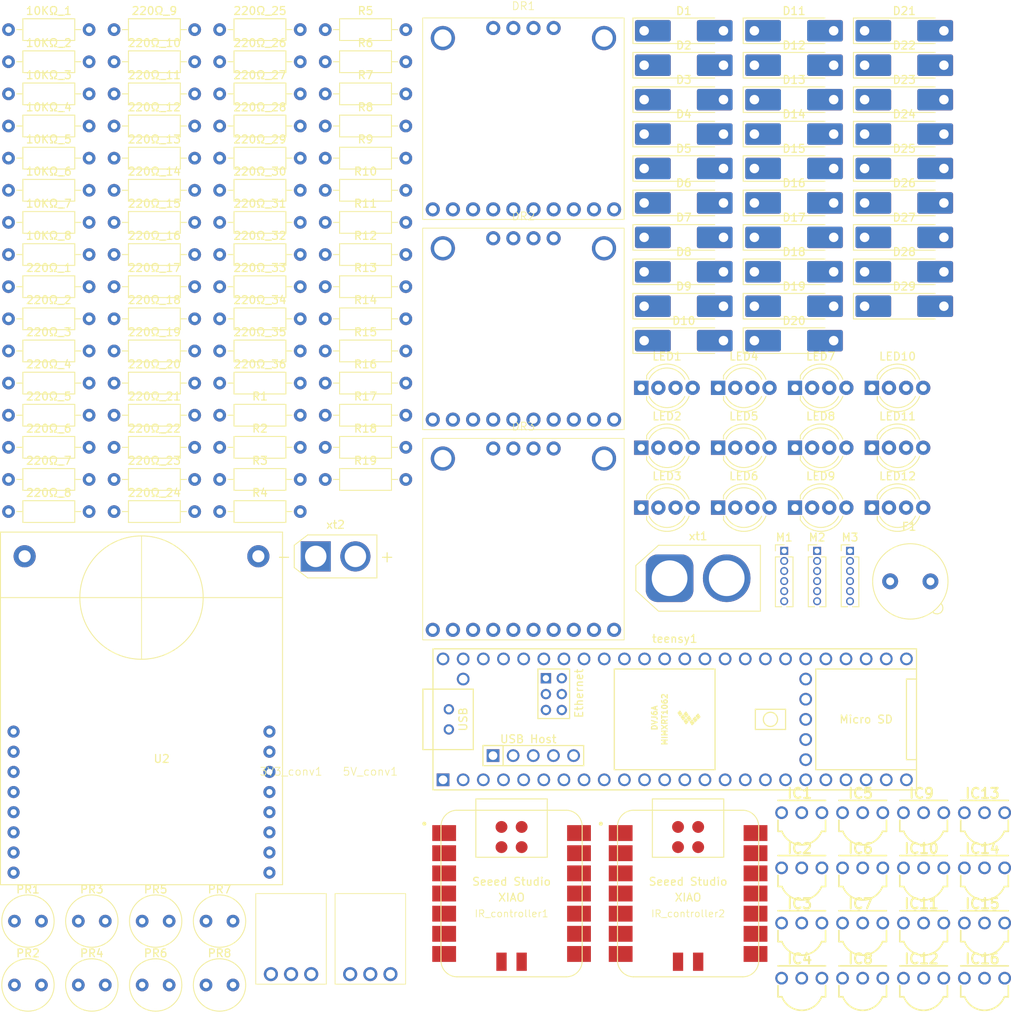
<source format=kicad_pcb>
(kicad_pcb (version 20240108) (generator "pcbnew") (generator_version "8.0")
  (layers (0 "F.Cu" signal) (31 "B.Cu" signal) (34 "B.Paste" user) (35 "F.Paste" user) (36 "B.SilkS" user "B.Silkscreen") (37 "F.SilkS" user "F.Silkscreen") (38 "B.Mask" user) (39 "F.Mask" user) (44 "Edge.Cuts" user))
  (net 0 "")
  (net 1 "Net-(D1-A)")
  (net 2 "Net-(D1-K)")
  (net 3 "Net-(D2-A)")
  (net 4 "Net-(D2-K)")
  (net 5 "Net-(D3-A)")
  (net 6 "Net-(D4-K)")
  (net 7 "Net-(D5-A)")
  (net 8 "Net-(D6-K)")
  (net 9 "Net-(D28-A)")
  (net 10 "3v3")
  (net 11 "5v")
  (net 12 "gnd")
  (net 13 "Net-(D10-K)")
  (net 14 "Net-(D10-A)")
  (net 15 "Net-(D11-A)")
  (net 16 "Net-(D11-K)")
  (net 17 "Net-(3V3_conv1-VIN)")
  (net 18 "Net-(D12-A)")
  (net 19 "Net-(D13-A)")
  (net 20 "Net-(5V_conv1-VOUT)")
  (net 21 "Net-(D14-K)")
  (net 22 "Net-(3V3_conv1-VOUT)")
  (net 23 "Net-(D15-K)")
  (net 24 "5V")
  (net 25 "Net-(D16-K)")
  (net 26 "GND")
  (net 27 "Net-(D17-A)")
  (net 28 "Net-(D18-K)")
  (net 29 "Net-(D19-A)")
  (net 30 "12V")
  (net 31 "Net-(D27-K)")
  (net 32 "Net-(D28-K)")
  (net 33 "Net-(D29-A)")
  (net 34 "Net-(LED1-RA)")
  (net 35 "Net-(LED1-GA)")
  (net 36 "Net-(LED1-BA)")
  (net 37 "Net-(LED2-BA)")
  (net 38 "Net-(LED2-RA)")
  (net 39 "Net-(LED2-GA)")
  (net 40 "Net-(LED3-RA)")
  (net 41 "Net-(LED3-GA)")
  (net 42 "Net-(LED3-BA)")
  (net 43 "Net-(LED4-BA)")
  (net 44 "Net-(LED4-GA)")
  (net 45 "Net-(LED4-RA)")
  (net 46 "Net-(LED5-BA)")
  (net 47 "Net-(LED5-RA)")
  (net 48 "Net-(LED5-GA)")
  (net 49 "Net-(LED6-BA)")
  (net 50 "Net-(LED6-GA)")
  (net 51 "Net-(LED6-RA)")
  (net 52 "Net-(LED7-GA)")
  (net 53 "Net-(LED7-BA)")
  (net 54 "Net-(LED7-RA)")
  (net 55 "Net-(LED8-GA)")
  (net 56 "Net-(LED8-RA)")
  (net 57 "Net-(LED8-BA)")
  (net 58 "Net-(LED9-GA)")
  (net 59 "Net-(LED9-RA)")
  (net 60 "Net-(LED9-BA)")
  (net 61 "Net-(LED10-GA)")
  (net 62 "Net-(LED10-BA)")
  (net 63 "Net-(LED10-RA)")
  (net 64 "Net-(LED11-BA)")
  (net 65 "Net-(LED11-GA)")
  (net 66 "Net-(LED11-RA)")
  (net 67 "Net-(LED12-GA)")
  (net 68 "Net-(LED12-BA)")
  (net 69 "Net-(LED12-RA)")
  (net 70 "pr1")
  (net 71 "pr2")
  (net 72 "pr3")
  (net 73 "pr4")
  (net 74 "pr5")
  (net 75 "pr6")
  (net 76 "pr7")
  (net 77 "pr8")
  (net 78 "Net-(IC1-VS)")
  (net 79 "Net-(IC2-VS)")
  (net 80 "Net-(IC3-VS)")
  (net 81 "Net-(IC4-VS)")
  (net 82 "Net-(IC5-VS)")
  (net 83 "Net-(IC6-VS)")
  (net 84 "Net-(IC7-VS)")
  (net 85 "Net-(IC8-VS)")
  (net 86 "Net-(IC9-VS)")
  (net 87 "Net-(IC10-VS)")
  (net 88 "Net-(IC11-VS)")
  (net 89 "Net-(IC12-VS)")
  (net 90 "Net-(IC13-VS)")
  (net 91 "Net-(IC14-VS)")
  (net 92 "Net-(IC15-VS)")
  (net 93 "Net-(IC16-VS)")
  (net 94 "Net-(Q3-C)")
  (net 95 "Net-(Q2-C)")
  (net 96 "Net-(Q1-E)")
  (net 97 "Net-(IC1-OUT)")
  (net 98 "Net-(IC2-OUT)")
  (net 100 "Net-(IC4-OUT)")
  (net 101 "Net-(IC5-OUT)")
  (net 102 "Net-(IC6-OUT)")
  (net 103 "Net-(IC7-OUT)")
  (net 104 "Net-(IC8-OUT)")
  (net 105 "Net-(IC9-OUT)")
  (net 106 "Net-(IC10-OUT)")
  (net 108 "Net-(IC12-OUT)")
  (net 109 "Net-(IC13-OUT)")
  (net 110 "Net-(IC14-OUT)")
  (net 111 "Net-(IC15-OUT)")
  (net 112 "Net-(IC16-OUT)")
  (net 113 "rx2")
  (net 122 "tx2")
  (net 129 "rx3")
  (net 131 "tx3")
  (net 135 "BLAUW")
  (net 136 "Net-(Q1-B)")
  (net 137 "Net-(Q2-B)")
  (net 138 "GROEN")
  (net 139 "Net-(Q3-B)")
  (net 140 "ROOD")
  (net 141 "Net-(DR2-EN)")
  (net 143 "Net-(DR2-PWM2)")
  (net 144 "Net-(DR2-ENB)")
  (net 147 "Net-(DR2-PWM1)")
  (net 152 "Net-(M2-B_out)")
  (net 154 "Net-(M3-A_out)")
  (net 155 "Net-(DR3-ENB)")
  (net 157 "Net-(DR3-PWM1)")
  (net 159 "Net-(DR1-PWM1)")
  (net 162 "Net-(M1-A_out)")
  (net 164 "soft_power_sw")
  (net 167 "Net-(M3-B_out)")
  (net 168 "Net-(M1-B_out)")
  (net 169 "rx1")
  (net 170 "Net-(DR1-PWM2)")
  (net 172 "tx1")
  (net 175 "Net-(DR3-PWM2)")
  (net 178 "Net-(DR3-EN)")
  (net 180 "Net-(DR1-ENB)")
  (net 184 "Net-(DR1-EN)")
  (net 186 "S")
  (net 187 "Net-(M2-A_out)")
  (net 206 "Net-(DR1-OUT1)")
  (net 208 "Net-(DR1-OUT2)")
  (net 210 "Net-(DR2-OUT1)")
  (net 213 "Net-(DR2-OUT2)")
  (net 216 "Net-(DR3-OUT2)")
  (net 219 "Net-(DR3-OUT1)")
  (footprint "Resistor_THT:R_Axial_DIN0207_L6.3mm_D2.5mm_P10.16mm_Horizontal" (layer "F.Cu") (at 63.535 32.085997)
    (property "Reference" "220Ω_28" (at 5.08 -2.37 0) (layer "F.SilkS"))
    (property "Value" "R_US")
    (pad "1" thru_hole circle (at 0 0) (size 1.6 1.6) (drill 0.8) (layers "*.Cu" "*.Mask") (net 63 "Net-(LED10-RA)"))
    (pad "2" thru_hole oval (at 10.16 0) (size 1.6 1.6) (drill 0.8) (layers "*.Cu" "*.Mask") (net 94 "Net-(Q3-C)"))
  )
  (footprint "Resistor_THT:R_Axial_DIN0207_L6.3mm_D2.5mm_P10.16mm_Horizontal" (layer "F.Cu") (at 50.225 32.085997)
    (property "Reference" "220Ω_12" (at 5.08 -2.37 0) (layer "F.SilkS"))
    (property "Value" "R_US")
    (pad "1" thru_hole circle (at 0 0) (size 1.6 1.6) (drill 0.8) (layers "*.Cu" "*.Mask") (net 43 "Net-(LED4-BA)"))
    (pad "2" thru_hole oval (at 10.16 0) (size 1.6 1.6) (drill 0.8) (layers "*.Cu" "*.Mask") (net 96 "Net-(Q1-E)"))
  )
  (footprint "Resistor_THT:R_Axial_DIN0207_L6.3mm_D2.5mm_P10.16mm_Horizontal" (layer "F.Cu") (at 63.535 23.985997)
    (property "Reference" "220Ω_26" (at 5.08 -2.37 0) (layer "F.SilkS"))
    (property "Value" "R_US")
    (pad "1" thru_hole circle (at 0 0) (size 1.6 1.6) (drill 0.8) (layers "*.Cu" "*.Mask") (net 58 "Net-(LED9-GA)"))
    (pad "2" thru_hole oval (at 10.16 0) (size 1.6 1.6) (drill 0.8) (layers "*.Cu" "*.Mask") (net 95 "Net-(Q2-C)"))
  )
  (footprint "Resistor_THT:R_Axial_DIN0207_L6.3mm_D2.5mm_P10.16mm_Horizontal" (layer "F.Cu") (at 76.845 72.586)
    (property "Reference" "R18" (at 5.08 -2.37 0) (layer "F.SilkS"))
    (property "Value" "R_US")
    (pad "1" thru_hole circle (at 0 0) (size 1.6 1.6) (drill 0.8) (layers "*.Cu" "*.Mask") (net 137 "Net-(Q2-B)"))
    (pad "2" thru_hole oval (at 10.16 0) (size 1.6 1.6) (drill 0.8) (layers "*.Cu" "*.Mask") (net 138 "GROEN"))
  )
  (footprint "irsens:TSSP4038" (layer "F.Cu") (at 159.96 124.043998)
    (property "Reference" "IC14" (at -0.266 -0.887 0) (layer "F.SilkS") (effects (font (size 1.27 1.27) (thickness 0.254))))
    (property "Value" "TSSP4038" (hide yes))
    (pad "1" thru_hole circle (at -2.54 1.55) (size 1.6 1.6) (drill 1.06) (layers "*.Cu" "*.Mask") (net 110 "Net-(IC14-OUT)"))
    (pad "2" thru_hole circle (at 0 1.55) (size 1.6 1.6) (drill 1.06) (layers "*.Cu" "*.Mask") (net 33 "Net-(D29-A)"))
    (pad "3" thru_hole circle (at 2.54 1.55) (size 1.6 1.6) (drill 1.06) (layers "*.Cu" "*.Mask") (net 91 "Net-(IC14-VS)"))
  )
  (footprint "Resistor_THT:R_Axial_DIN0207_L6.3mm_D2.5mm_P10.16mm_Horizontal" (layer "F.Cu") (at 63.535 52.335997)
    (property "Reference" "220Ω_33" (at 5.08 -2.37 0) (layer "F.SilkS"))
    (property "Value" "R_US")
    (pad "1" thru_hole circle (at 0 0) (size 1.6 1.6) (drill 0.8) (layers "*.Cu" "*.Mask") (net 64 "Net-(LED11-BA)"))
    (pad "2" thru_hole oval (at 10.16 0) (size 1.6 1.6) (drill 0.8) (layers "*.Cu" "*.Mask") (net 96 "Net-(Q1-E)"))
  )
  (footprint "LED_THT:LED_D5.0mm-4_RGB_Wide_Pins" (layer "F.Cu") (at 145.755 65.085997)
    (property "Reference" "LED10" (at 3.2385 -3.96 0) (layer "F.SilkS"))
    (property "Value" "LED_KRGB")
    (pad "1" thru_hole rect (at 0 0) (size 1.8 1.8) (drill 0.9) (layers "*.Cu" "*.Mask") (net 27 "Net-(D17-A)"))
    (pad "2" thru_hole circle (at 2.159 0) (size 1.8 1.8) (drill 0.9) (layers "*.Cu" "*.Mask") (net 63 "Net-(LED10-RA)"))
    (pad "3" thru_hole circle (at 4.318 0) (size 1.8 1.8) (drill 0.9) (layers "*.Cu" "*.Mask") (net 61 "Net-(LED10-GA)"))
    (pad "4" thru_hole circle (at 6.477 0) (size 1.8 1.8) (drill 0.9) (layers "*.Cu" "*.Mask") (net 62 "Net-(LED10-BA)"))
  )
  (footprint "irsens:TSSP4038" (layer "F.Cu") (at 152.28 130.996999)
    (property "Reference" "IC11" (at -0.266 -0.887 0) (layer "F.SilkS") (effects (font (size 1.27 1.27) (thickness 0.254))))
    (property "Value" "TSSP4038" (hide yes))
    (pad "1" thru_hole circle (at -2.54 1.55) (size 1.6 1.6) (drill 1.06) (layers "*.Cu" "*.Mask"))
    (pad "2" thru_hole circle (at 0 1.55) (size 1.6 1.6) (drill 1.06) (layers "*.Cu" "*.Mask") (net 33 "Net-(D29-A)"))
    (pad "3" thru_hole circle (at 2.54 1.55) (size 1.6 1.6) (drill 1.06) (layers "*.Cu" "*.Mask") (net 88 "Net-(IC11-VS)"))
  )
  (footprint "Connector_PinHeader_1.27mm:PinHeader_1x06_P1.27mm_Vertical" (layer "F.Cu") (at 134.705 85.635997)
    (property "Reference" "M1" (at 0 -1.695 0) (layer "F.SilkS"))
    (property "Value" "~")
    (pad "1" thru_hole rect (at 0 0) (size 1 1) (drill 0.65) (layers "*.Cu" "*.Mask") (net 206 "Net-(DR1-OUT1)"))
    (pad "2" thru_hole oval (at 0 1.27) (size 1 1) (drill 0.65) (layers "*.Cu" "*.Mask") (net 208 "Net-(DR1-OUT2)"))
    (pad "3" thru_hole oval (at 0 2.54) (size 1 1) (drill 0.65) (layers "*.Cu" "*.Mask") (net 31 "Net-(D27-K)"))
    (pad "4" thru_hole oval (at 0 3.81) (size 1 1) (drill 0.65) (layers "*.Cu" "*.Mask") (net 21 "Net-(D14-K)"))
    (pad "5" thru_hole oval (at 0 5.08) (size 1 1) (drill 0.65) (layers "*.Cu" "*.Mask") (net 162 "Net-(M1-A_out)"))
    (pad "6" thru_hole oval (at 0 6.35) (size 1 1) (drill 0.65) (layers "*.Cu" "*.Mask") (net 168 "Net-(M1-B_out)"))
  )
  (footprint "Diode_SMD:D_MELF-RM10_Universal_Handsoldering" (layer "F.Cu") (at 135.945 59.140997)
    (property "Reference" "D20" (at 0 -2.5 0) (layer "F.SilkS"))
    (property "Value" "D")
    (pad "1" thru_hole roundrect (at -5 0) (size 4.5 2.7) (drill 1.19888 (offset 1.1 0)) (layers "*.Cu" "*.Mask") (roundrect_rratio 0.0925925926) (net 11 "5v"))
    (pad "2" thru_hole roundrect (at 5 0 180) (size 4.5 2.7) (drill 1.19888 (offset 1.1 0)) (layers "*.Cu" "*.Mask") (roundrect_rratio 0.0925925926) (net 21 "Net-(D14-K)"))
  )
  (footprint "Diode_SMD:D_MELF-RM10_Universal_Handsoldering" (layer "F.Cu") (at 122.05 20.080997)
    (property "Reference" "D1" (at 0 -2.5 0) (layer "F.SilkS"))
    (property "Value" "D")
    (pad "1" thru_hole roundrect (at -5 0) (size 4.5 2.7) (drill 1.19888 (offset 1.1 0)) (layers "*.Cu" "*.Mask") (roundrect_rratio 0.0925925926) (net 2 "Net-(D1-K)"))
    (pad "2" thru_hole roundrect (at 5 0 180) (size 4.5 2.7) (drill 1.19888 (offset 1.1 0)) (layers "*.Cu" "*.Mask") (roundrect_rratio 0.0925925926) (net 1 "Net-(D1-A)"))
  )
  (footprint "Resistor_THT:R_Axial_DIN0207_L6.3mm_D2.5mm_P10.16mm_Horizontal" (layer "F.Cu") (at 63.535 36.135997)
    (property "Reference" "220Ω_29" (at 5.08 -2.37 0) (layer "F.SilkS"))
    (property "Value" "R_US")
    (pad "1" thru_hole circle (at 0 0) (size 1.6 1.6) (drill 0.8) (layers "*.Cu" "*.Mask") (net 61 "Net-(LED10-GA)"))
    (pad "2" thru_hole oval (at 10.16 0) (size 1.6 1.6) (drill 0.8) (layers "*.Cu" "*.Mask") (net 95 "Net-(Q2-C)"))
  )
  (footprint "Fuse:Fuseholder_TR5_Littelfuse_No560_No460" (layer "F.Cu") (at 148.065 89.475997)
    (property "Reference" "F1" (at 2.39 -6.89 0) (layer "F.SilkS"))
    (property "Value" "Fuse")
    (pad "1" thru_hole circle (at 0 0) (size 2 2) (drill 1) (layers "*.Cu" "*.Mask") (net 18 "Net-(D12-A)"))
    (pad "2" thru_hole circle (at 5.08 0.01) (size 2 2) (drill 1) (layers "*.Cu" "*.Mask") (net 13 "Net-(D10-K)"))
  )
  (footprint "Resistor_THT:R_Axial_DIN0207_L6.3mm_D2.5mm_P10.16mm_Horizontal" (layer "F.Cu") (at 50.225 28.035997)
    (property "Reference" "220Ω_11" (at 5.08 -2.37 0) (layer "F.SilkS"))
    (property "Value" "R_US")
    (pad "1" thru_hole circle (at 0 0) (size 1.6 1.6) (drill 0.8) (layers "*.Cu" "*.Mask") (net 44 "Net-(LED4-GA)"))
    (pad "2" thru_hole oval (at 10.16 0) (size 1.6 1.6) (drill 0.8) (layers "*.Cu" "*.Mask") (net 95 "Net-(Q2-C)"))
  )
  (footprint "Resistor_THT:R_Axial_DIN0207_L6.3mm_D2.5mm_P10.16mm_Horizontal" (layer "F.Cu") (at 76.845 52.336)
    (property "Reference" "R13" (at 5.08 -2.37 0) (layer "F.SilkS"))
    (property "Value" "R_US")
    (pad "1" thru_hole circle (at 0 0) (size 1.6 1.6) (drill 0.8) (layers "*.Cu" "*.Mask") (net 90 "Net-(IC13-VS)"))
    (pad "2" thru_hole oval (at 10.16 0) (size 1.6 1.6) (drill 0.8) (layers "*.Cu" "*.Mask") (net 32 "Net-(D28-K)"))
  )
  (footprint "OptoDevice:R_LDR_D6.4mm_P3.4mm_Vertical" (layer "F.Cu") (at 61.815 140.355997)
    (property "Reference" "PR8" (at 1.7 -4 0) (layer "F.SilkS"))
    (property "Value" "A1050")
    (pad "1" thru_hole circle (at 0 0) (size 1.6 1.6) (drill 0.8) (layers "*.Cu" "*.Mask") (net 25 "Net-(D16-K)"))
    (pad "2" thru_hole circle (at 3.4 0) (size 1.6 1.6) (drill 0.8) (layers "*.Cu" "*.Mask") (net 77 "pr8"))
  )
  (footprint "Connector_AMASS:AMASS_XT60-F_1x02_P7.20mm_Vertical" (layer "F.Cu") (at 120.255 89.086)
    (property "Reference" "xt1" (at 3.6 -5.3 180) (layer "F.SilkS"))
    (property "Value" "Battery")
    (pad "1" thru_hole roundrect (at 0 0) (size 6 6) (drill 4.5) (layers "*.Cu" "*.Mask") (net 16 "Net-(D11-K)"))
    (pad "2" thru_hole circle (at 7.2 0) (size 6 6) (drill 4.5) (layers "*.Cu" "*.Mask") (net 14 "Net-(D10-A)"))
  )
  (footprint "Diode_SMD:D_MELF-RM10_Universal_Handsoldering" (layer "F.Cu") (at 122.05 33.100997)
    (property "Reference" "D4" (at 0 -2.5 0) (layer "F.SilkS"))
    (property "Value" "D")
    (pad "1" thru_hole roundrect (at -5 0) (size 4.5 2.7) (drill 1.19888 (offset 1.1 0)) (layers "*.Cu" "*.Mask") (roundrect_rratio 0.0925925926) (net 6 "Net-(D4-K)"))
    (pad "2" thru_hole roundrect (at 5 0 180) (size 4.5 2.7) (drill 1.19888 (offset 1.1 0)) (layers "*.Cu" "*.Mask") (roundrect_rratio 0.0925925926) (net 1 "Net-(D1-A)"))
  )
  (footprint "Diode_SMD:D_MELF-RM10_Universal_Handsoldering" (layer "F.Cu") (at 135.945 50.460997)
    (property "Reference" "D18" (at 0 -2.5 0) (layer "F.SilkS"))
    (property "Value" "D")
    (pad "1" thru_hole roundrect (at -5 0) (size 4.5 2.7) (drill 1.19888 (offset 1.1 0)) (layers "*.Cu" "*.Mask") (roundrect_rratio 0.0925925926) (net 28 "Net-(D18-K)"))
    (pad "2" thru_hole roundrect (at 5 0 180) (size 4.5 2.7) (drill 1.19888 (offset 1.1 0)) (layers "*.Cu" "*.Mask") (roundrect_rratio 0.0925925926) (net 21 "Net-(D14-K)"))
  )
  (footprint "Resistor_THT:R_Axial_DIN0207_L6.3mm_D2.5mm_P10.16mm_Horizontal" (layer "F.Cu") (at 50.225 19.935997)
    (property "Reference" "220Ω_9" (at 5.08 -2.37 0) (layer "F.SilkS"))
    (property "Value" "R_US")
    (pad "1" thru_hole circle (at 0 0) (size 1.6 1.6) (drill 0.8) (layers "*.Cu" "*.Mask") (net 42 "Net-(LED3-BA)"))
    (pad "2" thru_hole oval (at 10.16 0) (size 1.6 1.6) (drill 0.8) (layers "*.Cu" "*.Mask") (net 96 "Net-(Q1-E)"))
  )
  (footprint "irsens:TSSP4038" (layer "F.Cu") (at 144.6 130.996999)
    (property "Reference" "IC7" (at -0.266 -0.887 0) (layer "F.SilkS") (effects (font (size 1.27 1.27) (thickness 0.254))))
    (property "Value" "TSSP4038" (hide yes))
    (pad "1" thru_hole circle (at -2.54 1.55) (size 1.6 1.6) (drill 1.06) (layers "*.Cu" "*.Mask") (net 103 "Net-(IC7-OUT)"))
    (pad "2" thru_hole circle (at 0 1.55) (size 1.6 1.6) (drill 1.06) (layers "*.Cu" "*.Mask") (net 33 "Net-(D29-A)"))
    (pad "3" thru_hole circle (at 2.54 1.55) (size 1.6 1.6) (drill 1.06) (layers "*.Cu" "*.Mask") (net 84 "Net-(IC7-VS)"))
  )
  (footprint "irsens:TSSP4038" (layer "F.Cu") (at 159.96 130.996999)
    (property "Reference" "IC15" (at -0.266 -0.887 0) (layer "F.SilkS") (effects (font (size 1.27 1.27) (thickness 0.254))))
    (property "Value" "TSSP4038" (hide yes))
    (pad "1" thru_hole circle (at -2.54 1.55) (size 1.6 1.6) (drill 1.06) (layers "*.Cu" "*.Mask") (net 111 "Net-(IC15-OUT)"))
    (pad "2" thru_hole circle (at 0 1.55) (size 1.6 1.6) (drill 1.06) (layers "*.Cu" "*.Mask") (net 33 "Net-(D29-A)"))
    (pad "3" thru_hole circle (at 2.54 1.55) (size 1.6 1.6) (drill 1.06) (layers "*.Cu" "*.Mask") (net 92 "Net-(IC15-VS)"))
  )
  (footprint "Resistor_THT:R_Axial_DIN0207_L6.3mm_D2.5mm_P10.16mm_Horizontal" (layer "F.Cu") (at 50.225 68.535997)
    (property "Reference" "220Ω_21" (at 5.08 -2.37 0) (layer "F.SilkS"))
    (property "Value" "R_US")
    (pad "1" thru_hole circle (at 0 0) (size 1.6 1.6) (drill 0.8) (layers "*.Cu" "*.Mask") (net 53 "Net-(LED7-BA)"))
    (pad "2" thru_hole oval (at 10.16 0) (size 1.6 1.6) (drill 0.8) (layers "*.Cu" "*.Mask") (net 96 "Net-(Q1-E)"))
  )
  (footprint "Diode_SMD:D_MELF-RM10_Universal_Handsoldering" (layer "F.Cu") (at 122.05 37.440997)
    (property "Reference" "D5" (at 0 -2.5 0) (layer "F.SilkS"))
    (property "Value" "D")
    (pad "1" thru_hole roundrect (at -5 0) (size 4.5 2.7) (drill 1.19888 (offset 1.1 0)) (layers "*.Cu" "*.Mask") (roundrect_rratio 0.0925925926) (net 4 "Net-(D2-K)"))
    (pad "2" thru_hole roundrect (at 5 0 180) (size 4.5 2.7) (drill 1.19888 (offset 1.1 0)) (layers "*.Cu" "*.Mask") (roundrect_rratio 0.0925925926) (net 7 "Net-(D5-A)"))
  )
  (footprint "Connector_PinHeader_1.27mm:PinHeader_1x06_P1.27mm_Vertical" (layer "F.Cu") (at 138.855 85.635997)
    (property "Reference" "M2" (at 0 -1.695 0) (layer "F.SilkS"))
    (property "Value" "~")
    (pad "1" thru_hole rect (at 0 0) (size 1 1) (drill 0.65) (layers "*.Cu" "*.Mask") (net 210 "Net-(DR2-OUT1)"))
    (pad "2" thru_hole oval (at 0 1.27) (size 1 1) (drill 0.65) (layers "*.Cu" "*.Mask") (net 213 "Net-(DR2-OUT2)"))
    (pad "3" thru_hole oval (at 0 2.54) (size 1 1) (drill 0.65) (layers "*.Cu" "*.Mask") (net 31 "Net-(D27-K)"))
    (pad "4" thru_hole oval (at 0 3.81) (size 1 1) (drill 0.65) (layers "*.Cu" "*.Mask") (net 21 "Net-(D14-K)"))
    (pad "5" thru_hole oval (at 0 5.08) (size 1 1) (drill 0.65) (layers "*.Cu" "*.Mask") (net 187 "Net-(M2-A_out)"))
    (pad "6" thru_hole oval (at 0 6.35) (size 1 1) (drill 0.65) (layers "*.Cu" "*.Mask") (net 152 "Net-(M2-B_out)"))
  )
  (footprint "Resistor_THT:R_Axial_DIN0207_L6.3mm_D2.5mm_P10.16mm_Horizontal" (layer "F.Cu") (at 36.915 32.085997)
    (property "Reference" "10KΩ_4" (at 5.08 -2.37 0) (layer "F.SilkS"))
    (property "Value" "R_US")
    (pad "1" thru_hole circle (at 0 0) (size 1.6 1.6) (drill 0.8) (layers "*.Cu" "*.Mask") (net 73 "pr4"))
    (pad "2" thru_hole oval (at 10.16 0) (size 1.6 1.6) (drill 0.8) (layers "*.Cu" "*.Mask") (net 27 "Net-(D17-A)"))
  )
  (footprint "Library:TB9051FTG" (layer "F.Cu") (at 101.83 84.160997)
    (property "Reference" "DR3" (at 0 -14.2 0) (layer "F.SilkS") (effects (font (thickness 0.1))))
    (property "Value" "~")
    (pad "0" thru_hole circle (at -10.16 -10.16) (size 3.048 3.048) (drill 2.1844) (layers "*.Cu" "*.Mask") (net 15 "Net-(D11-A)"))
    (pad "0" thru_hole circle (at 10.16 -10.16) (size 3.048 3.048) (drill 2.1844) (layers "*.Cu" "*.Mask") (net 15 "Net-(D11-A)"))
    (pad "1" thru_hole circle (at -3.81 -11.43) (size 1.778 1.778) (drill 1.016) (layers "*.Cu" "*.Mask") (net 18 "Net-(D12-A)"))
    (pad "2" thru_hole circle (at -1.27 -11.43) (size 1.778 1.778) (drill 1.016) (layers "*.Cu" "*.Mask") (net 31 "Net-(D27-K)"))
    (pad "3" thru_hole circle (at 1.27 -11.43) (size 1.778 1.778) (drill 1.016) (layers "*.Cu" "*.Mask") (net 216 "Net-(DR3-OUT2)"))
    (pad "4" thru_hole circle (at 3.81 -11.43) (size 1.778 1.778) (drill 1.016) (layers "*.Cu" "*.Mask") (net 219 "Net-(DR3-OUT1)"))
    (pad "5" thru_hole circle (at -11.43 11.43) (size 1.778 1.778) (drill 1.016) (layers "*.Cu" "*.Mask"))
    (pad "6" thru_hole circle (at -8.89 11.43) (size 1.778 1.778) (drill 1.016) (layers "*.Cu" "*.Mask") (net 15 "Net-(D11-A)"))
    (pad "7" thru_hole circle (at -6.35 11.43) (size 1.778 1.778) (drill 1.016) (layers "*.Cu" "*.Mask") (net 21 "Net-(D14-K)"))
    (pad "8" thru_hole circle (at -3.81 11.43) (size 1.778 1.778) (drill 1.016) (layers "*.Cu" "*.Mask"))
    (pad "9" thru_hole circle (at -1.27 11.43) (size 1.778 1.778) (drill 1.016) (layers "*.Cu" "*.Mask") (net 178 "Net-(DR3-EN)"))
    (pad "10" thru_hole circle (at 1.27 11.43) (size 1.778 1.778) (drill 1.016) (layers "*.Cu" "*.Mask") (net 155 "Net-(DR3-ENB)"))
    (pad "11" thru_hole circle (at 3.81 11.43) (size 1.778 1.778) (drill 1.016) (layers "*.Cu" "*.Mask") (net 175 "Net-(DR3-PWM2)"))
    (pad "12" thru_hole circle (at 6.35 11.43) (size 1.778 1.778) (drill 1.016) (layers "*.Cu" "*.Mask") (net 157 "Net-(DR3-PWM1)"))
    (pad "13" thru_hole circle (at 8.89 11.43) (size 1.778 1.778) (drill 1.016) (layers "*.Cu" "*.Mask"))
    (pad "14" thru_hole circle (at 11.43 11.43) (size 1.778 1.778) (drill 1.016) (layers "*.Cu" "*.Mask"))
  )
  (footprint "OptoDevice:R_LDR_D6.4mm_P3.4mm_Vertical" (layer "F.Cu") (at 45.715 132.305997)
    (property "Reference" "PR3" (at 1.7 -4 0) (layer "F.SilkS"))
    (property "Value" "A1050")
    (pad "1" thru_hole circle (at 0 0) (size 1.6 1.6) (drill 0.8) (layers "*.Cu" "*.Mask") (net 25 "Net-(D16-K)"))
    (pad "2" thru_hole circle (at 3.4 0) (size 1.6 1.6) (drill 0.8) (layers "*.Cu" "*.Mask") (net 72 "pr3"))
  )
  (footprint "Resistor_THT:R_Axial_DIN0207_L6.3mm_D2.5mm_P10.16mm_Horizontal" (layer "F.Cu") (at 76.845 68.536)
    (property "Reference" "R17" (at 5.08 -2.37 0) (layer "F.SilkS"))
    (property "Value" "R_US")
    (pad "1" thru_hole circle (at 0 0) (size 1.6 1.6) (drill 0.8) (layers "*.Cu" "*.Mask") (net 136 "Net-(Q1-B)"))
    (pad "2" thru_hole oval (at 10.16 0) (size 1.6 1.6) (drill 0.8) (layers "*.Cu" "*.Mask") (net 135 "BLAUW"))
  )
  (footprint "Resistor_THT:R_Axial_DIN0207_L6.3mm_D2.5mm_P10.16mm_Horizontal" (layer "F.Cu") (at 36.915 19.935997)
    (property "Reference" "10KΩ_1" (at 5.08 -2.37 0) (layer "F.SilkS"))
    (property "Value" "R_US")
    (pad "1" thru_hole circle (at 0 0) (size 1.6 1.6) (drill 0.8) (layers "*.Cu" "*.Mask") (net 70 "pr1"))
    (pad "2" thru_hole oval (at 10.16 0) (size 1.6 1.6) (drill 0.8) (layers "*.Cu" "*.Mask") (net 27 "Net-(D17-A)"))
  )
  (footprint "Diode_SMD:D_MELF-RM10_Universal_Handsoldering" (layer "F.Cu") (at 135.945 33.100997)
    (property "Reference" "D14" (at 0 -2.5 0) (layer "F.SilkS"))
    (property "Value" "D")
    (pad "1" thru_hole roundrect (at -5 0) (size 4.5 2.7) (drill 1.19888 (offset 1.1 0)) (layers "*.Cu" "*.Mask") (roundrect_rratio 0.0925925926) (net 21 "Net-(D14-K)"))
    (pad "2" thru_hole roundrect (at 5 0 180) (size 4.5 2.7) (drill 1.19888 (offset 1.1 0)) (layers "*.Cu" "*.Mask") (roundrect_rratio 0.0925925926) (net 20 "Net-(5V_conv1-VOUT)"))
  )
  (footprint "LED_THT:LED_D5.0mm-4_RGB_Wide_Pins" (layer "F.Cu") (at 136.065 72.635997)
    (property "Reference" "LED8" (at 3.2385 -3.96 0) (layer "F.SilkS"))
    (property "Value" "LED_KRGB")
    (pad "1" thru_hole rect (at 0 0) (size 1.8 1.8) (drill 0.9) (layers "*.Cu" "*.Mask") (net 27 "Net-(D17-A)"))
    (pad "2" thru_hole circle (at 2.159 0) (size 1.8 1.8) (drill 0.9) (layers "*.Cu" "*.Mask") (net 56 "Net-(LED8-RA)"))
    (pad "3" thru_hole circle (at 4.318 0) (size 1.8 1.8) (drill 0.9) (layers "*.Cu" "*.Mask") (net 55 "Net-(LED8-GA)"))
    (pad "4" thru_hole circle (at 6.477 0) (size 1.8 1.8) (drill 0.9) (layers "*.Cu" "*.Mask") (net 57 "Net-(LED8-BA)"))
  )
  (footprint "LED_THT:LED_D5.0mm-4_RGB_Wide_Pins" (layer "F.Cu") (at 116.685 72.635997)
    (property "Reference" "LED2" (at 3.2385 -3.96 0) (layer "F.SilkS"))
    (property "Value" "LED_KRGB")
    (pad "1" thru_hole rect (at 0 0) (size 1.8 1.8) (drill 0.9) (layers "*.Cu" "*.Mask") (net 27 "Net-(D17-A)"))
    (pad "2" thru_hole circle (at 2.159 0) (size 1.8 1.8) (drill 0.9) (layers "*.Cu" "*.Mask") (net 38 "Net-(LED2-RA)"))
    (pad "3" thru_hole circle (at 4.318 0) (size 1.8 1.8) (drill 0.9) (layers "*.Cu" "*.Mask") (net 39 "Net-(LED2-GA)"))
    (pad "4" thru_hole circle (at 6.477 0) (size 1.8 1.8) (drill 0.9) (layers "*.Cu" "*.Mask") (net 37 "Net-(LED2-BA)"))
  )
  (footprint "Resistor_THT:R_Axial_DIN0207_L6.3mm_D2.5mm_P10.16mm_Horizontal" (layer "F.Cu") (at 36.915 44.235997)
    (property "Reference" "10KΩ_7" (at 5.08 -2.37 0) (layer "F.SilkS"))
    (property "Value" "R_US")
    (pad "1" thru_hole circle (at 0 0) (size 1.6 1.6) (drill 0.8) (layers "*.Cu" "*.Mask") (net 76 "pr7"))
    (pad "2" thru_hole oval (at 10.16 0) (size 1.6 1.6) (drill 0.8) (layers "*.Cu" "*.Mask") (net 27 "Net-(D17-A)"))
  )
  (footprint "irsens:TSSP4038" (layer "F.Cu") (at 152.28 117.090997)
    (property "Reference" "IC9" (at -0.266 -0.887 0) (layer "F.SilkS") (effects (font (size 1.27 1.27) (thickness 0.254))))
    (property "Value" "TSSP4038" (hide yes))
    (pad "1" thru_hole circle (at -2.54 1.55) (size 1.6 1.6) (drill 1.06) (layers "*.Cu" "*.Mask") (net 105 "Net-(IC9-OUT)"))
    (pad "2" thru_hole circle (at 0 1.55) (size 1.6 1.6) (drill 1.06) (layers "*.Cu" "*.Mask") (net 33 "Net-(D29-A)"))
    (pad "3" thru_hole circle (at 2.54 1.55) (size 1.6 1.6) (drill 1.06) (layers "*.Cu" "*.Mask") (net 86 "Net-(IC9-VS)"))
  )
  (footprint "Resistor_THT:R_Axial_DIN0207_L6.3mm_D2.5mm_P10.16mm_Horizontal" (layer "F.Cu") (at 36.915 36.135997)
    (property "Reference" "10KΩ_5" (at 5.08 -2.37 0) (layer "F.SilkS"))
    (property "Value" "R_US")
    (pad "1" thru_hole circle (at 0 0) (size 1.6 1.6) (drill 0.8) (layers "*.Cu" "*.Mask") (net 74 "pr5"))
    (pad "2" thru_hole oval (at 10.16 0) (size 1.6 1.6) (drill 0.8) (layers "*.Cu" "*.Mask") (net 27 "Net-(D17-A)"))
  )
  (footprint "Diode_SMD:D_MELF-RM10_Universal_Handsoldering" (layer "F.Cu") (at 149.84 46.120997)
    (property "Reference" "D27" (at 0 -2.5 0) (layer "F.SilkS"))
    (property "Value" "D")
    (pad "1" thru_hole roundrect (at -5 0) (size 4.5 2.7) (drill 1.19888 (offset 1.1 0)) (layers "*.Cu" "*.Mask") (roundrect_rratio 0.0925925926) (net 31 "Net-(D27-K)"))
    (pad "2" thru_hole roundrect (at 5 0 180) (size 4.5 2.7) (drill 1.19888 (offset 1.1 0)) (layers "*.Cu" "*.Mask") (roundrect_rratio 0.0925925926) (net 15 "Net-(D11-A)"))
  )
  (footprint "Resistor_THT:R_Axial_DIN0207_L6.3mm_D2.5mm_P10.16mm_Horizontal" (layer "F.Cu") (at 50.225 52.335997)
    (property "Reference" "220Ω_17" (at 5.08 -2.37 0) (layer "F.SilkS"))
    (property "Value" "R_US")
    (pad "1" thru_hole circle (at 0 0) (size 1.6 1.6) (drill 0.8) (layers "*.Cu" "*.Mask") (net 50 "Net-(LED6-GA)"))
    (pad "2" thru_hole oval (at 10.16 0) (size 1.6 1.6) (drill 0.8) (layers "*.Cu" "*.Mask") (net 95 "Net-(Q2-C)"))
  )
  (footprint "teensy.pretty-master:Teensy41" (layer "F.Cu") (at 120.905 106.876)
    (property "Reference" "teensy1" (at 0 -10.16 0) (layer "F.SilkS"))
    (property "Value" "Teensy4.1")
    (fp_text user "Ethernet" (at -12.065 -3.2766 90) (layer "F.SilkS"))
    (fp_text user "USB" (at -26.67 0 -90) (layer "F.SilkS"))
    (fp_text user "Micro SD" (at 24.13 0 0) (layer "F.SilkS"))
    (fp_text user "USB Host" (at -18.4658 2.4892 0) (layer "F.SilkS"))
    (fp_text user "DVJ6A" (at -2.54 -0.18 -90) (layer "F.SilkS") (effects (font (size 0.7 0.7))))
    (fp_text user "MIMXRT1062" (at -1.27 0 -90) (layer "F.SilkS") (effects (font (size 0.7 0.7))))
    (pad "1" thru_hole rect (at -29.21 7.62) (size 1.6 1.6) (drill 1.1) (layers "*.Cu" "*.Mask"))
    (pad "2" thru_hole circle (at -26.67 7.62) (size 1.6 1.6) (drill 1.1) (layers "*.Cu" "*.Mask") (net 169 "rx1"))
    (pad "3" thru_hole circle (at -24.13 7.62) (size 1.6 1.6) (drill 1.1) (layers "*.Cu" "*.Mask") (net 172 "tx1"))
    (pad "4" thru_hole circle (at -21.59 7.62) (size 1.6 1.6) (drill 1.1) (layers "*.Cu" "*.Mask") (net 164 "soft_power_sw"))
    (pad "5" thru_hole circle (at -19.05 7.62) (size 1.6 1.6) (drill 1.1) (layers "*.Cu" "*.Mask") (net 157 "Net-(DR3-PWM1)"))
    (pad "6" thru_hole circle (at -16.51 7.62) (size 1.6 1.6) (drill 1.1) (layers "*.Cu" "*.Mask") (net 175 "Net-(DR3-PWM2)"))
    (pad "7" thru_hole circle (at -13.97 7.62) (size 1.6 1.6) (drill 1.1) (layers "*.Cu" "*.Mask") (net 155 "Net-(DR3-ENB)"))
    (pad "8" thru_hole circle (at -11.43 7.62) (size 1.6 1.6) (drill 1.1) (layers "*.Cu" "*.Mask") (net 178 "Net-(DR3-EN)"))
    (pad "9" thru_hole circle (at -8.89 7.62) (size 1.6 1.6) (drill 1.1) (layers "*.Cu" "*.Mask") (net 113 "rx2"))
    (pad "10" thru_hole circle (at -6.35 7.62) (size 1.6 1.6) (drill 1.1) (layers "*.Cu" "*.Mask") (net 122 "tx2"))
    (pad "11" thru_hole circle (at -3.81 7.62) (size 1.6 1.6) (drill 1.1) (layers "*.Cu" "*.Mask") (net 147 "Net-(DR2-PWM1)"))
    (pad "12" thru_hole circle (at -1.27 7.62) (size 1.6 1.6) (drill 1.1) (layers "*.Cu" "*.Mask") (net 143 "Net-(DR2-PWM2)"))
    (pad "13" thru_hole circle (at 1.27 7.62) (size 1.6 1.6) (drill 1.1) (layers "*.Cu" "*.Mask") (net 144 "Net-(DR2-ENB)"))
    (pad "14" thru_hole circle (at 3.81 7.62) (size 1.6 1.6) (drill 1.1) (layers "*.Cu" "*.Mask") (net 141 "Net-(DR2-EN)"))
    (pad "15" thru_hole circle (at 6.35 7.62) (size 1.6 1.6) (drill 1.1) (layers "*.Cu" "*.Mask"))
    (pad "16" thru_hole circle (at 8.89 7.62) (size 1.6 1.6) (drill 1.1) (layers "*.Cu" "*.Mask") (net 159 "Net-(DR1-PWM1)"))
    (pad "17" thru_hole circle (at 11.43 7.62) (size 1.6 1.6) (drill 1.1) (layers "*.Cu" "*.Mask") (net 170 "Net-(DR1-PWM2)"))
    (pad "18" thru_hole circle (at 13.97 7.62) (size 1.6 1.6) (drill 1.1) (layers "*.Cu" "*.Mask") (net 180 "Net-(DR1-ENB)"))
    (pad "19" thru_hole circle (at 16.51 7.62) (size 1.6 1.6) (drill 1.1) (layers "*.Cu" "*.Mask") (net 184 "Net-(DR1-EN)"))
    (pad "20" thru_hole circle (at 19.05 7.62) (size 1.6 1.6) (drill 1.1) (layers "*.Cu" "*.Mask") (net 162 "Net-(M1-A_out)"))
    (pad "21" thru_hole circle (at 21.59 7.62) (size 1.6 1.6) (drill 1.1) (layers "*.Cu" "*.Mask") (net 152 "Net-(M2-B_out)"))
    (pad "22" thru_hole circle (at 24.13 7.62) (size 1.6 1.6) (drill 1.1) (layers "*.Cu" "*.Mask") (net 187 "Net-(M2-A_out)"))
    (pad "23" thru_hole circle (at 26.67 7.62) (size 1.6 1.6) (drill 1.1) (layers "*.Cu" "*.Mask") (net 167 "Net-(M3-B_out)"))
    (pad "24" thru_hole circle (at 29.21 7.62) (size 1.6 1.6) (drill 1.1) (layers "*.Cu" "*.Mask") (net 154 "Net-(M3-A_out)"))
    (pad "25" thru_hole circle (at 29.21 -7.62) (size 1.6 1.6) (drill 1.1) (layers "*.Cu" "*.Mask") (net 138 "GROEN"))
    (pad "26" thru_hole circle (at 26.67 -7.62) (size 1.6 1.6) (drill 1.1) (layers "*.Cu" "*.Mask") (net 140 "ROOD"))
    (pad "27" thru_hole circle (at 24.13 -7.62) (size 1.6 1.6) (drill 1.1) (layers "*.Cu" "*.Mask") (net 77 "pr8"))
    (pad "28" thru_hole circle (at 21.59 -7.62) (size 1.6 1.6) (drill 1.1) (layers "*.Cu" "*.Mask") (net 76 "pr7"))
    (pad "29" thru_hole circle (at 19.05 -7.62) (size 1.6 1.6) (drill 1.1) (layers "*.Cu" "*.Mask") (net 75 "pr6"))
    (pad "30" thru_hole circle (at 16.51 -7.62) (size 1.6 1.6) (drill 1.1) (layers "*.Cu" "*.Mask") (net 74 "pr5"))
    (pad "31" thru_hole circle (at 13.97 -7.62) (size 1.6 1.6) (drill 1.1) (layers "*.Cu" "*.Mask") (net 73 "pr4"))
    (pad "32" thru_hole circle (at 11.43 -7.62) (size 1.6 1.6) (drill 1.1) (layers "*.Cu" "*.Mask") (net 72 "pr3"))
    (pad "33" thru_hole circle (at 8.89 -7.62) (size 1.6 1.6) (drill 1.1) (layers "*.Cu" "*.Mask") (net 71 "pr2"))
    (pad "34" thru_hole circle (at 6.35 -7.62) (size 1.6 1.6) (drill 1.1) (layers "*.Cu" "*.Mask"))
    (pad "35" thru_hole circle (at 3.81 -7.62) (size 1.6 1.6) (drill 1.1) (layers "*.Cu" "*.Mask") (net 70 "pr1"))
    (pad "36" thru_hole circle (at 1.27 -7.62) (size 1.6 1.6) (drill 1.1) (layers "*.Cu" "*.Mask") (net 131 "tx3"))
    (pad "37" thru_hole circle (at -1.27 -7.62) (size 1.6 1.6) (drill 1.1) (layers "*.Cu" "*.Mask") (net 129 "rx3"))
    (pad "38" thru_hole circle (at -3.81 -7.62) (size 1.6 1.6) (drill 1.1) (layers "*.Cu" "*.Mask") (net 135 "BLAUW"))
    (pad "39" thru_hole circle (at -6.35 -7.62) (size 1.6 1.6) (drill 1.1) (layers "*.Cu" "*.Mask") (net 186 "S"))
    (pad "40" thru_hole circle (at -8.89 -7.62) (size 1.6 1.6) (drill 1.1) (layers "*.Cu" "*.Mask"))
    (pad "41" thru_hole circle (at -11.43 -7.62) (size 1.6 1.6) (drill 1.1) (layers "*.Cu" "*.Mask"))
    (pad "42" thru_hole circle (at -13.97 -7.62) (size 1.6 1.6) (drill 1.1) (layers "*.Cu" "*.Mask"))
    (pad "43" thru_hole circle (at -16.51 -7.62) (size 1.6 1.6) (drill 1.1) (layers "*.Cu" "*.Mask"))
    (pad "44" thru_hole circle (at -19.05 -7.62) (size 1.6 1.6) (drill 1.1) (layers "*.Cu" "*.Mask"))
    (pad "45" thru_hole circle (at -21.59 -7.62) (size 1.6 1.6) (drill 1.1) (layers "*.Cu" "*.Mask") (net 168 "Net-(M1-B_out)"))
    (pad "46" thru_hole circle (at -24.13 -7.62) (size 1.6 1.6) (drill 1.1) (layers "*.Cu" "*.Mask"))
    (pad "47" thru_hole circle (at -26.67 -7.62) (size 1.6 1.6) (drill 1.1) (layers "*.Cu" "*.Mask") (net 29 "Net-(D19-A)"))
    (pad "48" thru_hole circle (at -29.21 -7.62) (size 1.6 1.6) (drill 1.1) (layers "*.Cu" "*.Mask") (net 28 "Net-(D18-K)"))
    (pad "49" thru_hole circle (at -26.67 -5.08) (size 1.6 1.6) (drill 1.1) (layers "*.Cu" "*.Mask"))
    (pad "50" thru_hole circle (at 16.51 5.08) (size 1.6 1.6) (drill 1.1) (layers "*.Cu" "*.Mask"))
    (pad "51" thru_hole circle (at 16.51 2.54) (size 1.6 1.6) (drill 1.1) (layers "*.Cu" "*.Mask"))
    (pad "52" thru_hole circle (at 16.51 0) (size 1.6 1.6) (drill 1.1) (layers "*.Cu" "*.Mask"))
    (pad "53" thru_hole circle (at 16.51 -2.54) (size 1.6 1.6) (drill 1.1) (layers "*.Cu" "*.Mask"))
    (pad "54" thru_hole circle (at 16.51 -5.08) (size 1.6 1.6) (drill 1.1) (layers "*.Cu" "*.Mask"))
    (pad "55" thru_hole rect (at -22.9108 4.5692) (size 1.6 1.6) (drill 1.1) (layers "*.Cu" "*.Mask"))
    (pad "56" thru_hole circle (at -20.3708 4.5692) (size 1.6 1.6) (drill 1.1) (layers "*.Cu" "*.Mask"))
    (pad "57" thru_hole circle (at -17.8308 4.5692) (size 1.6 1.6) (drill 1.1) (layers "*.Cu" "*.Mask"))
    (pad "58" thru_hole circle (at -15.2908 4.5692) (size 1.6 1.6) (drill 1.1) (layers "*.Cu" "*.Mask"))
    (pad "59" thru_hole circle (at -12.7508 4.5692) (size 1.6 1.6) (drill 1.1) (layers "*.Cu" "*.Mask"))
    (pad "60" thru_hole rect (at -16.24 -5.1816) (size 1.3 1.3) (drill 0.8) (layers "*.Cu" "*.Mask"))
    (pad "61" thru_hole circle (at -16.24 -3.1816) (size 1.3 1.3) (drill 0.8) (layers "*.Cu" "*.Mask"))
    (pad "62" thru_hole circle (at -16.24 -1.1816) (size 1.3 1.3) (drill 0.8) (layers "*.Cu" "*.Mask"))
    (pad "63" thru_hole circle (at -14.24 -1.1816) (size 1.3 1.3) (drill 0.8) (layers "*.Cu" "*.Mask"))
    (pad "64" thru_hole circle (at -14.24 -3.1816) (size 1.3 1.3) (drill 0.8) (layers "*.Cu" "*.Mask"))
    (pad "65" thru_hole circle (at -14.24 -5.1816) (size 1.3 1.3) (drill 0.8) (layers "*.Cu" "*.Mask"))
    (pad "66" thru_hole circle (at -28.48 -1.27) (size 1.3 1.3) (drill 0.8) (layers "*.Cu" "*.Mask"))
    (pad "67" thru_hole circle (at -28.48 1.27) (size 1.3 1.3) (drill 0.8) (layers "*.Cu" "*.Mask"))
  )
  (footprint "Resistor_THT:R_Axial_DIN0207_L6.3mm_D2.5mm_P10.16mm_Horizontal" (layer "F.Cu") (at 36.915 40.185997)
    (property "Reference" "10KΩ_6" (at 5.08 -2.37 0) (layer "F.SilkS"))
    (property "Value" "R_US")
    (pad "1" thru_hole circle (at 0 0) (size 1.6 1.6) (drill 0.8) (layers "*.Cu" "*.Mask") (net 75 "pr6"))
    (pad "2" thru_hole oval (at 10.16 0) (size 1.6 1.6) (drill 0.8) (layers "*.Cu" "*.Mask") (net 27 "Net-(D17-A)"))
  )
  (footprint "irsens:TSSP4038" (layer "F.Cu") (at 144.6 124.043998)
    (property "Reference" "IC6" (at -0.266 -0.887 0) (layer "F.SilkS") (effects (font (size 1.27 1.27) (thickness 0.254))))
    (property "Value" "TSSP4038" (hide yes))
    (pad "1" thru_hole circle (at -2.54 1.55) (size 1.6 1.6) (drill 1.06) (layers "*.Cu" "*.Mask") (net 102 "Net-(IC6-OUT)"))
    (pad "2" thru_hole circle (at 0 1.55) (size 1.6 1.6) (drill 1.06) (layers "*.Cu" "*.Mask") (net 33 "Net-(D29-A)"))
    (pad "3" thru_hole circle (at 2.54 1.55) (size 1.6 1.6) (drill 1.06) (layers "*.Cu" "*.Mask") (net 83 "Net-(IC6-VS)"))
  )
  (footprint "Seeed Studio XIAO Series Library:XIAO-SAMD21-RP2040-14P-2.54-21X17.8MM (Seeeduino XIAO)" (layer "F.Cu") (at 122.588 128.828527)
    (property "Reference" "IR_controller2" (at 0 2.54 0) (layer "F.SilkS") (effects (font (size 0.889 0.889) (thickness 0.1016))))
    (property "Value" "Seeed Studio XIAO SAMD21" (hide yes))
    (fp_text user "XIAO" (at 0 0.5 0) (layer "F.SilkS"))
    (fp_text user "Seeed Studio" (at 0 -1.5 0) (layer "F.SilkS"))
    (pad "1" smd rect (at -8.5 -7.62) (size 3 2) (layers "F.Cu" "F.Paste" "F.Mask") (net 105 "Net-(IC9-OUT)"))
    (pad "2" smd rect (at -8.5 -5.08) (size 3 2) (layers "F.Cu" "F.Paste" "F.Mask") (net 106 "Net-(IC10-OUT)"))
    (pad "3" smd rect (at -8.5 -2.54) (size 3 2) (layers "F.Cu" "F.Paste" "F.Mask") (net 108 "Net-(IC12-OUT)"))
    (pad "4" smd rect (at -8.5 0) (size 3 2) (layers "F.Cu" "F.Paste" "F.Mask") (net 109 "Net-(IC13-OUT)"))
    (pad "5" smd rect (at -8.5 2.54) (size 3 2) (layers "F.Cu" "F.Paste" "F.Mask") (net 110 "Net-(IC14-OUT)"))
    (pad "6" smd rect (at -8.5 5.08 180) (size 3 2) (layers "F.Cu" "F.Paste" "F.Mask") (net 111 "Net-(IC15-OUT)"))
    (pad "7" smd rect (at -8.5 7.62) (size 3 2) (layers "F.Cu" "F.Paste" "F.Mask") (net 129 "rx3"))
    (pad "8" smd rect (at 8.5 7.62) (size 3 2) (layers "F.Cu" "F.Paste" "F.Mask") (net 131 "tx3"))
    (pad "9" smd rect (at 8.5 5.08) (size 3 2) (layers "F.Cu" "F.Paste" "F.Mask") (net 112 "Net-(IC16-OUT)"))
    (pad "10" smd rect (at 8.5 2.54) (size 3 2) (layers "F.Cu" "F.Paste" "F.Mask"))
    (pad "11" smd rect (at 8.5 0) (size 3 2) (layers "F.Cu" "F.Paste" "F.Mask"))
    (pad "12" smd rect (at 8.5 -2.54) (size 3 2) (layers "F.Cu" "F.Paste" "F.Mask") (net 6 "Net-(D4-K)"))
    (pad "13" smd rect (at 8.5 -5.08) (size 3 2) (layers "F.Cu" "F.Paste" "F.Mask") (net 5 "Net-(D3-A)"))
    (pad "14" smd rect (at 8.5 -7.62) (size 3 2) (layers "F.Cu" "F.Paste" "F.Mask"))
    (pad "15" smd circle (at -1.27 -8.39 90) (size 1.5 1.5) (layers "F.Cu" "F.Paste" "F.Mask"))
    (pad "16" smd circle (at 1.27 -8.39 90) (size 1.5 1.5) (layers "F.Cu" "F.Paste" "F.Mask"))
    (pad "17" smd circle (at -1.27 -5.85 90) (size 1.5 1.5) (layers "F.Cu" "F.Paste" "F.Mask"))
    (pad "18" smd circle (at 1.27 -5.85 90) (size 1.5 1.5) (layers "F.Cu" "F.Paste" "F.Mask"))
    (pad "19" smd rect (at -1.27 8.6 90) (size 2.3 1.3) (layers "F.Cu" "F.Paste" "F.Mask"))
    (pad "20" smd rect (at 1.27 8.6 90) (size 2.3 1.3) (layers "F.Cu" "F.Paste" "F.Mask"))
  )
  (footprint "irsens:TSSP4038" (layer "F.Cu") (at 136.92 124.043998)
    (property "Reference" "IC2" (at -0.266 -0.887 0) (layer "F.SilkS") (effects (font (size 1.27 1.27) (thickness 0.254))))
    (property "Value" "TSSP4038" (hide yes))
    (pad "1" thru_hole circle (at -2.54 1.55) (size 1.6 1.6) (drill 1.06) (layers "*.Cu" "*.Mask") (net 98 "Net-(IC2-OUT)"))
    (pad "2" thru_hole circle (at 0 1.55) (size 1.6 1.6) (drill 1.06) (layers "*.Cu" "*.Mask") (net 33 "Net-(D29-A)"))
    (pad "3" thru_hole circle (at 2.54 1.55) (size 1.6 1.6) (drill 1.06) (layers "*.Cu" "*.Mask") (net 79 "Net-(IC2-VS)"))
  )
  (footprint "LED_THT:LED_D5.0mm-4_RGB_Wide_Pins" (layer "F.Cu") (at 126.375 72.635997)
    (property "Reference" "LED5" (at 3.2385 -3.96 0) (layer "F.SilkS"))
    (property "Value" "LED_KRGB")
    (pad "1" thru_hole rect (at 0 0) (size 1.8 1.8) (drill 0.9) (layers "*.Cu" "*.Mask") (net 27 "Net-(D17-A)"))
    (pad "2" thru_hole circle (at 2.159 0) (size 1.8 1.8) (drill 0.9) (layers "*.Cu" "*.Mask") (net 47 "Net-(LED5-RA)"))
    (pad "3" thru_hole circle (at 4.318 0) (size 1.8 1.8) (drill 0.9) (layers "*.Cu" "*.Mask") (net 48 "Net-(LED5-GA)"))
    (pad "4" thru_hole circle (at 6.477 0) (size 1.8 1.8) (drill 0.9) (layers "*.Cu" "*.Mask") (net 46 "Net-(LED5-BA)"))
  )
  (footprint "Diode_SMD:D_MELF-RM10_Universal_Handsoldering" (layer "F.Cu") (at 122.05 59.140997)
    (property "Reference" "D10" (at 0 -2.5 0) (layer "F.SilkS"))
    (property "Value" "D")
    (pad "1" thru_hole roundrect (at -5 0) (size 4.5 2.7) (drill 1.19888 (offset 1.1 0)) (layers "*.Cu" "*.Mask") (roundrect_rratio 0.0925925926) (net 13 "Net-(D10-K)"))
    (pad "2" thru_hole roundrect (at 5 0 180) (size 4.5 2.7) (drill 1.19888 (offset 1.1 0)) (layers "*.Cu" "*.Mask") (roundrect_rratio 0.0925925926) (net 14 "Net-(D10-A)"))
  )
  (footprint "Resistor_THT:R_Axial_DIN0207_L6.3mm_D2.5mm_P10.16mm_Horizontal" (layer "F.Cu") (at 63.535 60.435997)
    (property "Reference" "220Ω_35" (at 5.08 -2.37 0) (layer "F.SilkS"))
    (property "Value" "R_US")
    (pad "1" thru_hole circle (at 0 0) (size 1.6 1.6) (drill 0.8) (layers "*.Cu" "*.Mask") (net 67 "Net-(LED12-GA)"))
    (pad "2" thru_hole oval (at 10.16 0) (size 1.6 1.6) (drill 0.8) (layers "*.Cu" "*.Mask") (net 95 "Net-(Q2-C)"))
  )
  (footprint "Resistor_THT:R_Axial_DIN0207_L6.3mm_D2.5mm_P10.16mm_Horizontal" (layer "F.Cu") (at 63.535 76.636)
    (property "Reference" "R3" (at 5.08 -2.37 0) (layer "F.SilkS"))
    (property "Value" "R_US")
    (pad "1" thru_hole circle (at 0 0) (size 1.6 1.6) (drill 0.8) (layers "*.Cu" "*.Mask") (net 80 "Net-(IC3-VS)"))
    (pad "2" thru_hole oval (at 10.16 0) (size 1.6 1.6) (drill 0.8) (layers "*.Cu" "*.Mask") (net 32 "Net-(D28-K)"))
  )
  (footprint "irsens:TSSP4038" (layer "F.Cu") (at 152.28 124.043998)
    (property "Reference" "IC10" (at -0.266 -0.887 0) (layer "F.SilkS") (effects (font (size 1.27 1.27) (thickness 0.254))))
    (property "Value" "TSSP4038" (hide yes))
    (pad "1" thru_hole circle (at -2.54 1.55) (size 1.6 1.6) (drill 1.06) (layers "*.Cu" "*.Mask") (net 106 "Net-(IC10-OUT)"))
    (pad "2" thru_hole circle (at 0 1.55) (size 1.6 1.6) (drill 1.06) (layers "*.Cu" "*.Mask") (net 33 "Net-(D29-A)"))
    (pad "3" thru_hole circle (at 2.54 1.55) (size 1.6 1.6) (drill 1.06) (layers "*.Cu" "*.Mask") (net 87 "Net-(IC10-VS)"))
  )
  (footprint "OptoDevice:R_LDR_D6.4mm_P3.4mm_Vertical" (layer "F.Cu") (at 53.765 132.305997)
    (property "Reference" "PR5" (at 1.7 -4 0) (layer "F.SilkS"))
    (property "Value" "A1050")
    (pad "1" thru_hole circle (at 0 0) (size 1.6 1.6) (drill 0.8) (layers "*.Cu" "*.Mask") (net 25 "Net-(D16-K)"))
    (pad "2" thru_hole circle (at 3.4 0) (size 1.6 1.6) (drill 0.8) (layers "*.Cu" "*.Mask") (net 74 "pr5"))
  )
  (footprint "Resistor_THT:R_Axial_DIN0207_L6.3mm_D2.5mm_P10.16mm_Horizontal" (layer "F.Cu") (at 50.225 40.185997)
    (property "Reference" "220Ω_14" (at 5.08 -2.37 0) (layer "F.SilkS"))
    (property "Value" "R_US")
    (pad "1" thru_hole circle (at 0 0) (size 1.6 1.6) (drill 0.8) (layers "*.Cu" "*.Mask") (net 48 "Net-(LED5-GA)"))
    (pad "2" thru_hole oval (at 10.16 0) (size 1.6 1.6) (drill 0.8) (layers "*.Cu" "*.Mask") (net 95 "Net-(Q2-C)"))
  )
  (footprint "Diode_SMD:D_MELF-RM10_Universal_Handsoldering" (layer "F.Cu") (at 135.945 24.420997)
    (property "Reference" "D12" (at 0 -2.5 0) (layer "F.SilkS"))
    (property "Value" "D")
    (pad "1" thru_hole roundrect (at -5 0) (size 4.5 2.7) (drill 1.19888 (offset 1.1 0)) (layers "*.Cu" "*.Mask") (roundrect_rratio 0.0925925926) (net 17 "Net-(3V3_conv1-VIN)"))
    (pad "2" thru_hole roundrect (at 5 0 180) (size 4.5 2.7) (drill 1.19888 (offset 1.1 0)) (layers "*.Cu" "*.Mask") (roundrect_rratio 0.0925925926) (net 18 "Net-(D12-A)"))
  )
  (footprint "OptoDevice:R_LDR_D6.4mm_P3.4mm_Vertical" (layer "F.Cu") (at 37.665 132.305997)
    (property "Reference" "PR1" (at 1.7 -4 0) (layer "F.SilkS"))
    (property "Value" "A1050")
    (pad "1" thru_hole circle (at 0 0) (size 1.6 1.6) (drill 0.8) (layers "*.Cu" "*.Mask") (net 25 "Net-(D16-K)"))
    (pad "2" thru_hole circle (at 3.4 0) (size 1.6 1.6) (drill 0.8) (layers "*.Cu" "*.Mask") (net 70 "pr1"))
  )
  (footprint "Library:openmv_m7_r2" (layer "F.Cu") (at 53.68 105.496)
    (property "Reference" "U2" (at 2.54 6.35 0) (layer "F.SilkS"))
    (property "Value" "openMV_M7_R2")
    (pad "2" thru_hole circle (at -16.129 2.921) (size 1.524 1.524) (drill 0.762) (layers "*.Cu" "*.Mask") (net 172 "tx1"))
    (pad "3" thru_hole circle (at -16.129 5.461) (size 1.524 1.524) (drill 0.762) (layers "*.Cu" "*.Mask") (net 169 "rx1"))
    (pad "4" thru_hole circle (at -16.129 8.001) (size 1.524 1.524) (drill 0.762) (layers "*.Cu" "*.Mask"))
    (pad "5" thru_hole circle (at -16.129 10.541) (size 1.524 1.524) (drill 0.762) (layers "*.Cu" "*.Mask"))
    (pad "6" thru_hole circle (at -16.129 13.081) (size 1.524 1.524) (drill 0.762) (layers "*.Cu" "*.Mask"))
    (pad "7" thru_hole circle (at -16.129 15.621) (size 1.524 1.524) (drill 0.762) (layers "*.Cu" "*.Mask"))
    (pad "8" thru_hole circle (at -16.129 18.161) (size 1.524 1.524) (drill 0.762) (layers "*.Cu" "*.Mask"))
    (pad "9" thru_hole circle (at -16.129 20.701) (size 1.524 1.524) (drill 0.762) (layers "*.Cu" "*.Mask"))
    (pad "10" thru_hole circle (at 16.129 2.921) (size 1.524 1.524) (drill 0.762) (layers "*.Cu" "*.Mask"))
    (pad "11" thru_hole circle (at 16.129 5.461) (size 1.524 1.524) (drill 0.762) (layers "*.Cu" "*.Mask"))
    (pad "12" thru_hole circle (at 16.129 8.001) (size 1.524 1.524) (drill 0.762) (layers "*.Cu" "*.Mask"))
    (pad "13" thru_hole circle (at 16.129 10.541) (size 1.524 1.524) (drill 0.762) (layers "*.Cu" "*.Mask"))
    (pad "14" thru_hole circle (at 16.129 13.081) (size 1.524 1.524) (drill 0.762) (layers "*.Cu" "*.Mask"))
    (pad "15" thru_hole circle (at 16.129 15.621) (size 1.524 1.524) (drill 0.762) (layers "*.Cu" "*.Mask"))
    (pad "16" thru_hole circle (at 16.129 18.161) (size 1.524 1.524) (drill 0.762) (layers "*.Cu" "*.Mask") (net 8 "Net-(D6-K)"))
    (pad "17" thru_hole circle (at 16.129 20.701) (size 1.524 1.524) (drill 0.762) (layers "*.Cu" "*.Mask") (net 7 "Net-(D5-A)"))
    (pad "screw" thru_hole circle (at -14.732 -19.177) (size 2.794 2.794) (drill 1.524) (layers "*.Cu" "*.Mask") (net 4 "Net-(D2-K)"))
    (pad "screw" thru_hole circle (at 14.732 -19.177) (size 2.794 2.794) (drill 1.524) (layers "*.Cu" "*.Mask") (net 4 "Net-(D2-K)"))
  )
  (footprint "Resistor_THT:R_Axial_DIN0207_L6.3mm_D2.5mm_P10.16mm_Horizontal" (layer "F.Cu") (at 63.535 56.385997)
    (property "Reference" "220Ω_34" (at 5.08 -2.37 0) (layer "F.SilkS"))
    (property "Value" "R_US")
    (pad "1" thru_hole circle (at 0 0) (size 1.6 1.6) (drill 0.8) (layers "*.Cu" "*.Mask") (net 69 "Net-(LED12-RA)"))
    (pad "2" thru_hole oval (at 10.16 0) (size 1.6 1.6) (drill 0.8) (layers "*.Cu" "*.Mask") (net 94 "Net-(Q3-C)"))
  )
  (footprint "Resistor_THT:R_Axial_DIN0207_L6.3mm_D2.5mm_P10.16mm_Horizontal" (layer "F.Cu") (at 36.915 76.635997)
    (property "Reference" "220Ω_7" (at 5.08 -2.37 0) (layer "F.SilkS"))
    (property "Value" "R_US")
    (pad "1" thru_hole circle (at 0 0) (size 1.6 1.6) (drill 0.8) (layers "*.Cu" "*.Mask") (net 40 "Net-(LED3-RA)"))
    (pad "2" thru_hole oval (at 10.16 0) (size 1.6 1.6) (drill 0.8) (layers "*.Cu" "*.Mask") (net 94 "Net-(Q3-C)"))
  )
  (footprint "irsens:TSSP4038" (layer "F.Cu") (at 144.6 117.090997)
    (property "Reference" "IC5" (at -0.266 -0.887 0) (layer "F.SilkS") (effects (font (size 1.27 1.27) (thickness 0.254))))
    (property "Value" "TSSP4038" (hide yes))
    (pad "1" thru_hole circle (at -2.54 1.55) (size 1.6 1.6) (drill 1.06) (layers "*.Cu" "*.Mask") (net 101 "Net-(IC5-OUT)"))
    (pad "2" thru_hole circle (at 0 1.55) (size 1.6 1.6) (drill 1.06) (layers "*.Cu" "*.Mask") (net 33 "Net-(D29-A)"))
    (pad "3" thru_hole circle (at 2.54 1.55) (size 1.6 1.6) (drill 1.06) (layers "*.Cu" "*.Mask") (net 82 "Net-(IC5-VS)"))
  )
  (footprint "Diode_SMD:D_MELF-RM10_Universal_Handsoldering" (layer "F.Cu") (at 122.05 24.420997)
    (property "Reference" "D2" (at 0 -2.5 0) (layer "F.SilkS"))
    (property "Value" "D")
    (pad "1" thru_hole roundrect (at -5 0) (size 4.5 2.7) (drill 1.19888 (offset 1.1 0)) (layers "*.Cu" "*.Mask") (roundrect_rratio 0.0925925926) (net 4 "Net-(D2-K)"))
    (pad "2" thru_hole roundrect (at 5 0 180) (size 4.5 2.7) (drill 1.19888 (offset 1.1 0)) (layers "*.Cu" "*.Mask") (roundrect_rratio 0.0925925926) (net 3 "Net-(D2-A)"))
  )
  (footprint "Resistor_THT:R_Axial_DIN0207_L6.3mm_D2.5mm_P10.16mm_Horizontal" (layer "F.Cu") (at 76.845 48.286)
    (property "Reference" "R12" (at 5.08 -2.37 0) (layer "F.SilkS"))
    (property "Value" "R_US")
    (pad "1" thru_hole circle (at 0 0) (size 1.6 1.6) (drill 0.8) (layers "*.Cu" "*.Mask") (net 89 "Net-(IC12-VS)"))
    (pad "2" thru_hole oval (at 10.16 0) (size 1.6 1.6) (drill 0.8) (layers "*.Cu" "*.Mask") (net 32 "Net-(D28-K)"))
  )
  (footprint "Diode_SMD:D_MELF-RM10_Universal_Handsoldering" (layer "F.Cu") (at 149.84 24.420997)
    (property "Reference" "D22" (at 0 -2.5 0) (layer "F.SilkS"))
    (property "Value" "D")
    (pad "1" thru_hole roundrect (at -5 0) (size 4.5 2.7) (drill 1.19888 (offset 1.1 0)) (layers "*.Cu" "*.Mask") (roundrect_rratio 0.0925925926) (net 19 "Net-(D13-A)"))
    (pad "2" thru_hole roundrect (at 5 0 180) (size 4.5 2.7) (drill 1.19888 (offset 1.1 0)) (layers "*.Cu" "*.Mask") (roundrect_rratio 0.0925925926) (net 12 "gnd"))
  )
  (footprint "Resistor_THT:R_Axial_DIN0207_L6.3mm_D2.5mm_P10.16mm_Horizontal" (layer "F.Cu") (at 63.535 19.935997)
    (property "Reference" "220Ω_25" (at 5.08 -2.37 0) (layer "F.SilkS"))
    (property "Value" "R_US")
    (pad "1" thru_hole circle (at 0 0) (size 1.6 1.6) (drill 0.8) (layers "*.Cu" "*.Mask") (net 59 "Net-(LED9-RA)"))
    (pad "2" thru_hole oval (at 10.16 0) (size 1.6 1.6) (drill 0.8) (layers "*.Cu" "*.Mask") (net 94 "Net-(Q3-C)"))
  )
  (footprint "Library:TB9051FTG" (layer "F.Cu") (at 101.83 57.660997)
    (property "Reference" "DR2" (at 0 -14.2 0) (layer "F.SilkS") (effects (font (thickness 0.1))))
    (property "Value" "~")
    (pad "0" thru_hole circle (at -10.16 -10.16) (size 3.048 3.048) (drill 2.1844) (layers "*.Cu" "*.Mask") (net 15 "Net-(D11-A)"))
    (pad "0" thru_hole circle (at 10.16 -10.16) (size 3.048 3.048) (drill 2.1844) (layers "*.Cu" "*.Mask") (net 15 "Net-(D11-A)"))
    (pad "1" thru_hole circle (at -3.81 -11.43) (size 1.778 1.778) (drill 1.016) (layers "*.Cu" "*.Mask") (net 18 "Net-(D12-A)"))
    (pad "2" thru_hole circle (at -1.27 -11.43) (size 1.778 1.778) (drill 1.016) (layers "*.Cu" "*.Mask") (net 31 "Net-(D27-K)"))
    (pad "3" thru_hole circle (at 1.27 -11.43) (size 1.778 1.778) (drill 1.016) (layers "*.Cu" "*.Mask") (net 213 "Net-(DR2-OUT2)"))
    (pad "4" thru_hole circle (at 3.81 -11.43) (size 1.778 1.778) (drill 1.016) (layers "*.Cu" "*.Mask") (net 210 "Net-(DR2-OUT1)"))
    (pad "5" thru_hole circle (at -11.43 11.43) (size 1.778 1.778) (drill 1.016) (layers "*.Cu" "*.Mask"))
    (pad "6" thru_hole circle (at -8.89 11.43) (size 1.778 1.778) (drill 1.016) (layers "*.Cu" "*.Mask") (net 15 "Net-(D11-A)"))
    (pad "7" thru_hole circle (at -6.35 11.43) (size 1.778 1.778) (drill 1.016) (layers "*.Cu" "*.Mask") (net 21 "Net-(D14-K)"))
    (pad "8" thru_hole circle (at -3.81 11.43) (size 1.778 1.778) (drill 1.016) (layers "*.Cu" "*.Mask"))
    (pad "9" thru_hole circle (at -1.27 11.43) (size 1.778 1.778) (drill 1.016) (layers "*.Cu" "*.Mask") (net 141 "Net-(DR2-EN)"))
    (pad "10" thru_hole circle (at 1.27 11.43) (size 1.778 1.778) (drill 1.016) (layers "*.Cu" "*.Mask") (net 144 "Net-(DR2-ENB)"))
    (pad "11" thru_hole circle (at 3.81 11.43) (size 1.778 1.778) (drill 1.016) (layers "*.Cu" "*.Mask") (net 143 "Net-(DR2-PWM2)"))
    (pad "12" thru_hole circle (at 6.35 11.43) (size 1.778 1.778) (drill 1.016) (layers "*.Cu" "*.Mask") (net 147 "Net-(DR2-PWM1)"))
    (pad "13" thru_hole circle (at 8.89 11.43) (size 1.778 1.778) (drill 1.016) (layers "*.Cu" "*.Mask"))
    (pad "14" thru_hole circle (at 11.43 11.43) (size 1.778 1.778) (drill 1.016) (layers "*.Cu" "*.Mask"))
  )
  (footprint "Resistor_THT:R_Axial_DIN0207_L6.3mm_D2.5mm_P10.16mm_Horizontal" (layer "F.Cu") (at 76.845 56.386)
    (property "Reference" "R14" (at 5.08 -2.37 0) (layer "F.SilkS"))
    (property "Value" "R_US")
    (pad "1" thru_hole circle (at 0 0) (size 1.6 1.6) (drill 0.8) (layers "*.Cu" "*.Mask") (net 91 "Net-(IC14-VS)"))
    (pad "2" thru_hole oval (at 10.16 0) (size 1.6 1.6) (drill 0.8) (layers "*.Cu" "*.Mask") (net 32 "Net-(D28-K)"))
  )
  (footprint "OptoDevice:R_LDR_D6.4mm_P3.4mm_Vertical" (layer "F.Cu") (at 37.665 140.355997)
    (property "Reference" "PR2" (at 1.7 -4 0) (layer "F.SilkS"))
    (property "Value" "A1050")
    (pad "1" thru_hole circle (at 0 0) (size 1.6 1.6) (drill 0.8) (layers "*.Cu" "*.Mask") (net 25 "Net-(D16-K)"))
    (pad "2" thru_hole circle (at 3.4 0) (size 1.6 1.6) (drill 0.8) (layers "*.Cu" "*.Mask") (net 71 "pr2"))
  )
  (footprint "Resistor_THT:R_Axial_DIN0207_L6.3mm_D2.5mm_P10.16mm_Horizontal" (layer "F.Cu") (at 36.915 48.285997)
    (property "Reference" "10KΩ_8" (at 5.08 -2.37 0) (layer "F.SilkS"))
    (property "Value" "R_US")
    (pad "1" thru_hole circle (at 0 0) (size 1.6 1.6) (drill 0.8) (layers "*.Cu" "*.Mask") (net 77 "pr8"))
    (pad "2" thru_hole oval (at 10.16 0) (size 1.6 1.6) (drill 0.8) (layers "*.Cu" "*.Mask") (net 27 "Net-(D17-A)"))
  )
  (footprint "LED_THT:LED_D5.0mm-4_RGB_Wide_Pins" (layer "F.Cu") (at 136.065 80.185997)
    (property "Reference" "LED9" (at 3.2385 -3.96 0) (layer "F.SilkS"))
    (property "Value" "LED_KRGB")
    (pad "1" thru_hole rect (at 0 0) (size 1.8 1.8) (drill 0.9) (layers "*.Cu" "*.Mask") (net 27 "Net-(D17-A)"))
    (pad "2" thru_hole circle (at 2.159 0) (size 1.8 1.8) (drill 0.9) (layers "*.Cu" "*.Mask") (net 59 "Net-(LED9-RA)"))
    (pad "3" thru_hole circle (at 4.318 0) (size 1.8 1.8) (drill 0.9) (layers "*.Cu" "*.Mask") (net 58 "Net-(LED9-GA)"))
    (pad "4" thru_hole circle (at 6.477 0) (size 1.8 1.8) (drill 0.9) (layers "*.Cu" "*.Mask") (net 60 "Net-(LED9-BA)"))
  )
  (footprint "Resistor_THT:R_Axial_DIN0207_L6.3mm_D2.5mm_P10.16mm_Horizontal" (layer "F.Cu") (at 50.225 64.485997)
    (property "Reference" "220Ω_20" (at 5.08 -2.37 0) (layer "F.SilkS"))
    (property "Value" "R_US")
    (pad "1" thru_hole circle (at 0 0) (size 1.6 1.6) (drill 0.8) (layers "*.Cu" "*.Mask") (net 52 "Net-(LED7-GA)"))
    (pad "2" thru_hole oval (at 10.16 0) (size 1.6 1.6) (drill 0.8) (layers "*.Cu" "*.Mask") (net 95 "Net-(Q2-C)"))
  )
  (footprint "Library:TB9051FTG" (layer "F.Cu") (at 101.83 31.160997)
    (property "Reference" "DR1" (at 0 -14.2 0) (layer "F.SilkS") (effects (font (thickness 0.1))))
    (property "Value" "~")
    (pad "0" thru_hole circle (at -10.16 -10.16) (size 3.048 3.048) (drill 2.1844) (layers "*.Cu" "*.Mask") (net 15 "Net-(D11-A)"))
    (pad "0" thru_hole circle (at 10.16 -10.16) (size 3.048 3.048) (drill 2.1844) (layers "*.Cu" "*.Mask") (net 15 "Net-(D11-A)"))
    (pad "1" thru_hole circle (at -3.81 -11.43) (size 1.778 1.778) (drill 1.016) (layers "*.Cu" "*.Mask") (net 18 "Net-(D12-A)"))
    (pad "2" thru_hole circle (at -1.27 -11.43) (size 1.778 1.778) (drill 1.016) (layers "*.Cu" "*.Mask") (net 31 "Net-(D27-K)"))
    (pad "3" thru_hole circle (at 1.27 -11.43) (size 1.778 1.778) (drill 1.016) (layers "*.Cu" "*.Mask") (net 208 "Net-(DR1-OUT2)"))
    (pad "4" thru_hole circle (at 3.81 -11.43) (size 1.778 1.778) (drill 1.016) (layers "*.Cu" "*.Mask") (net 206 "Net-(DR1-OUT1)"))
    (pad "5" thru_hole circle (at -11.43 11.43) (size 1.778 1.778) (drill 1.016) (layers "*.Cu" "*.Mask"))
    (pad "6" thru_hole circle (at -8.89 11.43) (size 1.778 1.778) (drill 1.016) (layers "*.Cu" "*.Mask") (net 15 "Net-(D11-A)"))
    (pad "7" thru_hole circle (at -6.35 11.43) (size 1.778 1.778) (drill 1.016) (layers "*.Cu" "*.Mask") (net 21 "Net-(D14-K)"))
    (pad "8" thru_hole circle (at -3.81 11.43) (size 1.778 1.778) (drill 1.016) (layers "*.Cu" "*.Mask"))
    (pad "9" thru_hole circle (at -1.27 11.43) (size 1.778 1.778) (drill 1.016) (layers "*.Cu" "*.Mask") (net 184 "Net-(DR1-EN)"))
    (pad "10" thru_hole circle (at 1.27 11.43) (size 1.778 1.778) (drill 1.016) (layers "*.Cu" "*.Mask") (net 180 "Net-(DR1-ENB)"))
    (pad "11" thru_hole circle (at 3.81 11.43) (size 1.778 1.778) (drill 1.016) (layers "*.Cu" "*.Mask") (net 170 "Net-(DR1-PWM2)"))
    (pad "12" thru_hole circle (at 6.35 11.43) (size 1.778 1.778) (drill 1.016) (layers "*.Cu" "*.Mask") (net 159 "Net-(DR1-PWM1)"))
    (pad "13" thru_hole circle (at 8.89 11.43) (size 1.778 1.778) (drill 1.016) (layers "*.Cu" "*.Mask"))
    (pad "14" thru_hole circle (at 11.43 11.43) (size 1.778 1.778) (drill 1.016) (layers "*.Cu" "*.Mask"))
  )
  (footprint "irsens:TSSP4038" (layer "F.Cu") (at 159.96 137.95)
    (property "Reference" "IC16" (at -0.266 -0.887 0) (layer "F.SilkS") (effects (font (size 1.27 1.27) (thickness 0.254))))
    (property "Value" "TSSP4038" (hide yes))
    (pad "1" thru_hole circle (at -2.54 1.55) (size 1.6 1.6) (drill 1.06) (layers "*.Cu" "*.Mask") (net 112 "Net-(IC16-OUT)"))
    (pad "2" thru_hole circle (at 0 1.55) (size 1.6 1.6) (drill 1.06) (layers "*.Cu" "*.Mask") (net 33 "Net-(D29-A)"))
    (pad "3" thru_hole circle (at 2.54 1.55) (size 1.6 1.6) (drill 1.06) (layers "*.Cu" "*.Mask") (net 93 "Net-(IC16-VS)"))
  )
  (footprint "Resistor_THT:R_Axial_DIN0207_L6.3mm_D2.5mm_P10.16mm_Horizontal" (layer "F.Cu") (at 50.225 72.585997)
    (property "Reference" "220Ω_22" (at 5.08 -2.37 0) (layer "F.SilkS"))
    (property "Value" "R_US")
    (pad "1" thru_hole circle (at 0 0) (size 1.6 1.6) (drill 0.8) (layers "*.Cu" "*.Mask") (net 56 "Net-(LED8-RA)"))
    (pad "2" thru_hole oval (at 10.16 0) (size 1.6 1.6) (drill 0.8) (layers "*.Cu" "*.Mask") (net 94 "Net-(Q3-C)"))
  )
  (footprint "Seeed Studio XIAO Series Library:XIAO-SAMD21-RP2040-14P-2.54-21X17.8MM (Seeeduino XIAO)" (layer "F.Cu") (at 100.334 128.828527)
    (property "Reference" "IR_controller1" (at 0 2.54 0) (layer "F.SilkS") (effects (font (size 0.889 0.889) (thickness 0.1016))))
    (property "Value" "Seeed Studio XIAO SAMD21" (hide yes))
    (fp_text user "Seeed Studio" (at 0 -1.5 0) (layer "F.SilkS"))
    (fp_text user "XIAO" (at 0 0.5 0) (layer "F.SilkS"))
    (pad "1" smd rect (at -8.5 -7.62) (size 3 2) (layers "F.Cu" "F.Paste" "F.Mask") (net 97 "Net-(IC1-OUT)"))
    (pad "2" smd rect (at -8.5 -5.08) (size 3 2) (layers "F.Cu" "F.Paste" "F.Mask") (net 98 "Net-(IC2-OUT)"))
    (pad "3" smd rect (at -8.5 -2.54) (size 3 2) (layers "F.Cu" "F.Paste" "F.Mask") (net 100 "Net-(IC4-OUT)"))
    (pad "4" smd rect (at -8.5 0) (size 3 2) (layers "F.Cu" "F.Paste" "F.Mask") (net 101 "Net-(IC5-OUT)"))
    (pad "5" smd rect (at -8.5 2.54) (size 3 2) (layers "F.Cu" "F.Paste" "F.Mask") (net 102 "Net-(IC6-OUT)"))
    (pad "6" smd rect (at -8.5 5.08 180) (size 3 2) (layers "F.Cu" "F.Paste" "F.Mask") (net 103 "Net-(IC7-OUT)"))
    (pad "7" smd rect (at -8.5 7.62) (size 3 2) (layers "F.Cu" "F.Paste" "F.Mask") (net 113 "rx2"))
    (pad "8" smd rect (at 8.5 7.62) (size 3 2) (layers "F.Cu" "F.Paste" "F.Mask") (net 122 "tx2"))
    (pad "9" smd rect (at 8.5 5.08) (size 3 2) (layers "F.Cu" "F.Paste" "F.Mask") (net 104 "Net-(IC8-OUT)"))
    (pad "10" smd rect (at 8.5 2.54) (size 3 2) (layers "F.Cu" "F.Paste" "F.Mask"))
    (pad "11" smd rect (at 8.5 0) (size 3 2) (layers "F.Cu" "F.Paste" "F.Mask"))
    (pad "12" smd rect (at 8.5 -2.54) (size 3 2) (layers "F.Cu" "F.Paste" "F.Mask") (net 2 "Net-(D1-K)"))
    (pad "13" smd rect (at 8.5 -5.08) (size 3 2) (layers "F.Cu" "F.Paste" "F.Mask") (net 3 "Net-(D2-A)"))
    (pad "14" smd rect (at 8.5 -7.62) (size 3 2) (layers "F.Cu" "F.Paste" "F.Mask"))
    (pad "15" smd circle (at -1.27 -8.39 90) (size 1.5 1.5) (layers "F.Cu" "F.Paste" "F.Mask"))
    (pad "16" smd circle (at 1.27 -8.39 90) (size 1.5 1.5) (layers "F.Cu" "F.Paste" "F.Mask"))
    (pad "17" smd circle (at -1.27 -5.85 90) (size 1.5 1.5) (layers "F.Cu" "F.Paste" "F.Mask"))
    (pad "18" smd circle (at 1.27 -5.85 90) (size 1.5 1.5) (layers "F.Cu" "F.Paste" "F.Mask"))
    (pad "19" smd rect (at -1.27 8.6 90) (size 2.3 1.3) (layers "F.Cu" "F.Paste" "F.Mask"))
    (pad "20" smd rect (at 1.27 8.6 90) (size 2.3 1.3) (layers "F.Cu" "F.Paste" "F.Mask"))
  )
  (footprint "Resistor_THT:R_Axial_DIN0207_L6.3mm_D2.5mm_P10.16mm_Horizontal" (layer "F.Cu") (at 50.225 23.985997)
    (property "Reference" "220Ω_10" (at 5.08 -2.37 0) (layer "F.SilkS"))
    (property "Value" "R_US")
    (pad "1" thru_hole circle (at 0 0) (size 1.6 1.6) (drill 0.8) (layers "*.Cu" "*.Mask") (net 45 "Net-(LED4-RA)"))
    (pad "2" thru_hole oval (at 10.16 0) (size 1.6 1.6) (drill 0.8) (layers "*.Cu" "*.Mask") (net 94 "Net-(Q3-C)"))
  )
  (footprint "LED_THT:LED_D5.0mm-4_RGB_Wide_Pins" (layer "F.Cu") (at 136.065 65.085997)
    (property "Reference" "LED7" (at 3.2385 -3.96 0) (layer "F.SilkS"))
    (property "Value" "LED_KRGB")
    (pad "1" thru_hole rect (at 0 0) (size 1.8 1.8) (drill 0.9) (layers "*.Cu" "*.Mask") (net 27 "Net-(D17-A)"))
    (pad "2" thru_hole circle (at 2.159 0) (size 1.8 1.8) (drill 0.9) (layers "*.Cu" "*.Mask") (net 54 "Net-(LED7-RA)"))
    (pad "3" thru_hole circle (at 4.318 0) (size 1.8 1.8) (drill 0.9) (layers "*.Cu" "*.Mask") (net 52 "Net-(LED7-GA)"))
    (pad "4" thru_hole circle (at 6.477 0) (size 1.8 1.8) (drill 0.9) (layers "*.Cu" "*.Mask") (net 53 "Net-(LED7-BA)"))
  )
  (footprint "Diode_SMD:D_MELF-RM10_Universal_Handsoldering" (layer "F.Cu") (at 135.945 41.780997)
    (property "Reference" "D16" (at 0 -2.5 0) (layer "F.SilkS"))
    (property "Value" "D")
    (pad "1" thru_hole roundrect (at -5 0) (size 4.5 2.7) (drill 1.19888 (offset 1.1 0)) (layers "*.Cu" "*.Mask") (roundrect_rratio 0.0925925926) (net 25 "Net-(D16-K)"))
    (pad "2" thru_hole roundrect (at 5 0 180) (size 4.5 2.7) (drill 1.19888 (offset 1.1 0)) (layers "*.Cu" "*.Mask") (roundrect_rratio 0.0925925926) (net 24 "5V"))
  )
  (footprint "Resistor_THT:R_Axial_DIN0207_L6.3mm_D2.5mm_P10.16mm_Horizontal" (layer "F.Cu") (at 63.535 68.536)
    (property "Reference" "R1" (at 5.08 -2.37 0) (layer "F.SilkS"))
    (property "Value" "R_US")
    (pad "1" thru_hole circle (at 0 0) (size 1.6 1.6) (drill 0.8) (layers "*.Cu" "*.Mask") (net 78 "Net-(IC1-VS)"))
    (pad "2" thru_hole oval (at 10.16 0) (size 1.6 1.6) (drill 0.8) (layers "*.Cu" "*.Mask") (net 32 "Net-(D28-K)"))
  )
  (footprint "Resistor_THT:R_Axial_DIN0207_L6.3mm_D2.5mm_P10.16mm_Horizontal" (layer "F.Cu") (at 50.225 44.235997)
    (property "Reference" "220Ω_15" (at 5.08 -2.37 0) (layer "F.SilkS"))
    (property "Value" "R_US")
    (pad "1" thru_hole circle (at 0 0) (size 1.6 1.6) (drill 0.8) (layers "*.Cu" "*.Mask") (net 46 "Net-(LED5-BA)"))
    (pad "2" thru_hole oval (at 10.16 0) (size 1.6 1.6) (drill 0.8) (layers "*.Cu" "*.Mask") (net 96 "Net-(Q1-E)"))
  )
  (footprint "LED_THT:LED_D5.0mm-4_RGB_Wide_Pins" (layer "F.Cu") (at 126.375 65.085997)
    (property "Reference" "LED4" (at 3.2385 -3.96 0) (layer "F.SilkS"))
    (property "Value" "LED_KRGB")
    (pad "1" thru_hole rect (at 0 0) (size 1.8 1.8) (drill 0.9) (layers "*.Cu" "*.Mask") (net 27 "Net-(D17-A)"))
    (pad "2" thru_hole circle (at 2.159 0) (size 1.8 1.8) (drill 0.9) (layers "*.Cu" "*.Mask") (net 45 "Net-(LED4-RA)"))
    (pad "3" thru_hole circle (at 4.318 0) (size 1.8 1.8) (drill 0.9) (layers "*.Cu" "*.Mask") (net 44 "Net-(LED4-GA)"))
    (pad "4" thru_hole circle (at 6.477 0) (size 1.8 1.8) (drill 0.9) (layers "*.Cu" "*.Mask") (net 43 "Net-(LED4-BA)"))
  )
  (footprint "Diode_SMD:D_MELF-RM10_Universal_Handsoldering" (layer "F.Cu") (at 135.945 20.080997)
    (property "Reference" "D11" (at 0 -2.5 0) (layer "F.SilkS"))
    (property "Value" "D")
    (pad "1" thru_hole roundrect (at -5 0) (size 4.5 2.7) (drill 1.19888 (offset 1.1 0)) (layers "*.Cu" "*.Mask") (roundrect_rratio 0.0925925926) (net 16 "Net-(D11-K)"))
    (pad "2" thru_hole roundrect (at 5 0 180) (size 4.5 2.7) (drill 1.19888 (offset 1.1 0)) (layers "*.Cu" "*.Mask") (roundrect_rratio 0.0925925926) (net 15 "Net-(D11-A)"))
  )
  (footprint "Resistor_THT:R_Axial_DIN0207_L6.3mm_D2.5mm_P10.16mm_Horizontal" (layer "F.Cu") (at 50.225 76.635997)
    (property "Reference" "220Ω_23" (at 5.08 -2.37 0) (layer "F.SilkS"))
    (property "Value" "R_US")
    (pad "1" thru_hole circle (at 0 0) (size 1.6 1.6) (drill 0.8) (layers "*.Cu" "*.Mask") (net 55 "Net-(LED8-GA)"))
    (pad "2" thru_hole oval (at 10.16 0) (size 1.6 1.6) (drill 0.8) (layers "*.Cu" "*.Mask") (net 95 "Net-(Q2-C)"))
  )
  (footprint "Resistor_THT:R_Axial_DIN0207_L6.3mm_D2.5mm_P10.16mm_Horizontal" (layer "F.Cu") (at 76.845 28.036)
    (property "Reference" "R7" (at 5.08 -2.37 0) (layer "F.SilkS"))
    (property "Value" "R_US")
    (pad "1" thru_hole circle (at 0 0) (size 1.6 1.6) (drill 0.8) (layers "*.Cu" "*.Mask") (net 84 "Net-(IC7-VS)"))
    (pad "2" thru_hole oval (at 10.16 0) (size 1.6 1.6) (drill 0.8) (layers "*.Cu" "*.Mask") (net 32 "Net-(D28-K)"))
  )
  (footprint "irsens:TSSP4038" (layer "F.Cu") (at 136.92 137.95)
    (property "Reference" "IC4" (at -0.266 -0.887 0) (layer "F.SilkS") (effects (font (size 1.27 1.27) (thickness 0.254))))
    (property "Value" "TSSP4038" (hide yes))
    (pad "1" thru_hole circle (at -2.54 1.55) (size 1.6 1.6) (drill 1.06) (layers "*.Cu" "*.Mask") (net 100 "Net-(IC4-OUT)"))
    (pad "2" thru_hole circle (at 0 1.55) (size 1.6 1.6) (drill 1.06) (layers "*.Cu" "*.Mask") (net 33 "Net-(D29-A)"))
    (pad "3" thru_hole circle (at 2.54 1.55) (size 1.6 1.6) (drill 1.06) (layers "*.Cu" "*.Mask") (net 81 "Net-(IC4-VS)"))
  )
  (footprint "Resistor_THT:R_Axial_DIN0207_L6.3mm_D2.5mm_P10.16mm_Horizontal" (layer "F.Cu") (at 36.915 56.385997)
    (property "Reference" "220Ω_2" (at 5.08 -2.37 0) (layer "F.SilkS"))
    (property "Value" "R_US")
    (pad "1" thru_hole circle (at 0 0) (size 1.6 1.6) (drill 0.8) (layers "*.Cu" "*.Mask") (net 35 "Net-(LED1-GA)"))
    (pad "2" thru_hole oval (at 10.16 0) (size 1.6 1.6) (drill 0.8) (layers "*.Cu" "*.Mask") (net 95 "Net-(Q2-C)"))
  )
  (footprint "Diode_SMD:D_MELF-RM10_Universal_Handsoldering" (layer "F.Cu") (at 135.945 54.800997)
    (property "Reference" "D19" (at 0 -2.5 0) (layer "F.SilkS"))
    (property "Value" "D")
    (pad "1" thru_hole roundrect (at -5 0) (size 4.5 2.7) (drill 1.19888 (offset 1.1 0)) (layers "*.Cu" "*.Mask") (roundrect_rratio 0.0925925926) (net 19 "Net-(D13-A)"))
    (pad "2" thru_hole roundrect (at 5 0 180) (size 4.5 2.7) (drill 1.19888 (offset 1.1 0)) (layers "*.Cu" "*.Mask") (roundrect_rratio 0.0925925926) (net 29 "Net-(D19-A)"))
  )
  (footprint "LED_THT:LED_D5.0mm-4_RGB_Wide_Pins" (layer "F.Cu") (at 116.685 80.185997)
    (property "Reference" "LED3" (at 3.2385 -3.96 0) (layer "F.SilkS"))
    (property "Value" "LED_KRGB")
    (pad "1" thru_hole rect (at 0 0) (size 1.8 1.8) (drill 0.9) (layers "*.Cu" "*.Mask") (net 27 "Net-(D17-A)"))
    (pad "2" thru_hole circle (at 2.159 0) (size 1.8 1.8) (drill 0.9) (layers "*.Cu" "*.Mask") (net 40 "Net-(LED3-RA)"))
    (pad "3" thru_hole circle (at 4.318 0) (size 1.8 1.8) (drill 0.9) (layers "*.Cu" "*.Mask") (net 41 "Net-(LED3-GA)"))
    (pad "4" thru_hole circle (at 6.477 0) (size 1.8 1.8) (drill 0.9) (layers "*.Cu" "*.Mask") (net 42 "Net-(LED3-BA)"))
  )
  (footprint "Resistor_THT:R_Axial_DIN0207_L6.3mm_D2.5mm_P10.16mm_Horizontal" (layer "F.Cu") (at 50.225 48.285997)
    (property "Reference" "220Ω_16" (at 5.08 -2.37 0) (layer "F.SilkS"))
    (property "Value" "R_US")
    (pad "1" thru_hole circle (at 0 0) (size 1.6 1.6) (drill 0.8) (layers "*.Cu" "*.Mask") (net 51 "Net-(LED6-RA)"))
    (pad "2" thru_hole oval (at 10.16 0) (size 1.6 1.6) (drill 0.8) (layers "*.Cu" "*.Mask") (net 94 "Net-(Q3-C)"))
  )
  (footprint "Resistor_THT:R_Axial_DIN0207_L6.3mm_D2.5mm_P10.16mm_Horizontal" (layer "F.Cu") (at 76.845 64.486)
    (property "Reference" "R16" (at 5.08 -2.37 0) (layer "F.SilkS"))
    (property "Value" "R_US")
    (pad "1" thru_hole circle (at 0 0) (size 1.6 1.6) (drill 0.8) (layers "*.Cu" "*.Mask") (net 93 "Net-(IC16-VS)"))
    (pad "2" thru_hole oval (at 10.16 0) (size 1.6 1.6) (drill 0.8) (layers "*.Cu" "*.Mask") (net 32 "Net-(D28-K)"))
  )
  (footprint "Library:pololu-U1V10F5" (layer "F.Cu") (at 82.525 134.545997)
    (property "Reference" "5V_conv1" (at 0 -21.082 0) (layer "F.SilkS") (effects (font (thickness 0.1))))
    (property "Value" "~")
    (pad "1" thru_hole circle (at -2.54 4.445) (size 1.778 1.778) (drill 1.143) (layers "*.Cu" "*.Mask"))
    (pad "2" thru_hole circle (at 0 4.445) (size 1.778 1.778) (drill 1.143) (layers "*.Cu" "*.Mask"))
    (pad "3" thru_hole circle (at 2.54 4.445) (size 1.778 1.778) (drill 1.143) (layers "*.Cu" "*.Mask") (net 17 "Net-(3V3_conv1-VIN)"))
  )
  (footprint "LED_THT:LED_D5.0mm-4_RGB_Wide_Pins" (layer "F.Cu") (at 116.685 65.085997)
    (property "Reference" "LED1" (at 3.2385 -3.96 0) (layer "F.SilkS"))
    (property "Value" "LED_KRGB")
    (pad "1" thru_hole rect (at 0 0) (size 1.8 1.8) (drill 0.9) (layers "*.Cu" "*.Mask") (net 27 "Net-(D17-A)"))
    (pad "2" thru_hole circle (at 2.159 0) (size 1.8 1.8) (drill 0.9) (layers "*.Cu" "*.Mask") (net 34 "Net-(LED1-RA)"))
    (pad "3" thru_hole circle (at 4.318 0) (size 1.8 1.8) (drill 0.9) (layers "*.Cu" "*.Mask") (net 35 "Net-(LED1-GA)"))
    (pad "4" thru_hole circle (at 6.477 0) (size 1.8 1.8) (drill 0.9) (layers "*.Cu" "*.Mask") (net 36 "Net-(LED1-BA)"))
  )
  (footprint "Resistor_THT:R_Axial_DIN0207_L6.3mm_D2.5mm_P10.16mm_Horizontal" (layer "F.Cu") (at 36.915 80.685997)
    (property "Reference" "220Ω_8" (at 5.08 -2.37 0) (layer "F.SilkS"))
    (property "Value" "R_US")
    (pad "1" thru_hole circle (at 0 0) (size 1.6 1.6) (drill 0.8) (layers "*.Cu" "*.Mask") (net 41 "Net-(LED3-GA)"))
    (pad "2" thru_hole oval (at 10.16 0) (size 1.6 1.6) (drill 0.8) (layers "*.Cu" "*.Mask") (net 95 "Net-(Q2-C)"))
  )
  (footprint "Resistor_THT:R_Axial_DIN0207_L6.3mm_D2.5mm_P10.16mm_Horizontal" (layer "F.Cu") (at 36.915 23.985997)
    (property "Reference" "10KΩ_2" (at 5.08 -2.37 0) (layer "F.SilkS"))
    (property "Value" "R_US")
    (pad "1" thru_hole circle (at 0 0) (size 1.6 1.6) (drill 0.8) (layers "*.Cu" "*.Mask") (net 71 "pr2"))
    (pad "2" thru_hole oval (at 10.16 0) (size 1.6 1.6) (drill 0.8) (layers "*.Cu" "*.Mask") (net 27 "Net-(D17-A)"))
  )
  (footprint "Resistor_THT:R_Axial_DIN0207_L6.3mm_D2.5mm_P10.16mm_Horizontal" (layer "F.Cu") (at 63.535 28.035997)
    (property "Reference" "220Ω_27" (at 5.08 -2.37 0) (layer "F.SilkS"))
    (property "Value" "R_US")
    (pad "1" thru_hole circle (at 0 0) (size 1.6 1.6) (drill 0.8) (layers "*.Cu" "*.Mask") (net 60 "Net-(LED9-BA)"))
    (pad "2" thru_hole oval (at 10.16 0) (size 1.6 1.6) (drill 0.8) (layers "*.Cu" "*.Mask") (net 96 "Net-(Q1-E)"))
  )
  (footprint "irsens:TSSP4038" (layer "F.Cu") (at 159.96 117.090997)
    (property "Reference" "IC13" (at -0.266 -0.887 0) (layer "F.SilkS") (effects (font (size 1.27 1.27) (thickness 0.254))))
    (property "Value" "TSSP4038" (hide yes))
    (pad "1" thru_hole circle (at -2.54 1.55) (size 1.6 1.6) (drill 1.06) (layers "*.Cu" "*.Mask") (net 109 "Net-(IC13-OUT)"))
    (pad "2" thru_hole circle (at 0 1.55) (size 1.6 1.6) (drill 1.06) (layers "*.Cu" "*.Mask") (net 33 "Net-(D29-A)"))
    (pad "3" thru_hole circle (at 2.54 1.55) (size 1.6 1.6) (drill 1.06) (layers "*.Cu" "*.Mask") (net 90 "Net-(IC13-VS)"))
  )
  (footprint "Resistor_THT:R_Axial_DIN0207_L6.3mm_D2.5mm_P10.16mm_Horizontal" (layer "F.Cu") (at 76.845 60.436)
    (property "Reference" "R15" (at 5.08 -2.37 0) (layer "F.SilkS"))
    (property "Value" "R_US")
    (pad "1" thru_hole circle (at 0 0) (size 1.6 1.6) (drill 0.8) (layers "*.Cu" "*.Mask") (net 92 "Net-(IC15-VS)"))
    (pad "2" thru_hole oval (at 10.16 0) (size 1.6 1.6) (drill 0.8) (layers "*.Cu" "*.Mask") (net 32 "Net-(D28-K)"))
  )
  (footprint "Diode_SMD:D_MELF-RM10_Universal_Handsoldering" (layer "F.Cu") (at 135.945 37.440997)
    (property "Reference" "D15" (at 0 -2.5 0) (layer "F.SilkS"))
    (property "Value" "D")
    (pad "1" thru_hole roundrect (at -5 0) (size 4.5 2.7) (drill 1.19888 (offset 1.1 0)) (layers "*.Cu" "*.Mask") (roundrect_rratio 0.0925925926) (net 23 "Net-(D15-K)"))
    (pad "2" thru_hole roundrect (at 5 0 180) (size 4.5 2.7) (drill 1.19888 (offset 1.1 0)) (layers "*.Cu" "*.Mask") (roundrect_rratio 0.0925925926) (net 22 "Net-(3V3_conv1-VOUT)"))
  )
  (footprint "Resistor_THT:R_Axial_DIN0207_L6.3mm_D2.5mm_P10.16mm_Horizontal" (layer "F.Cu") (at 63.535 64.485997)
    (property "Reference" "220Ω_36" (at 5.08 -2.37 0) (layer "F.SilkS"))
    (property "Value" "R_US")
    (pad "1" thru_hole circle (at 0 0) (size 1.6 1.6) (drill 0.8) (layers "*.Cu" "*.Mask") (net 68 "Net-(LED12-BA)"))
    (pad "2" thru_hole oval (at 10.16 0) (size 1.6 1.6) (drill 0.8) (layers "*.Cu" "*.Mask") (net 96 "Net-(Q1-E)"))
  )
  (footprint "Diode_SMD:D_MELF-RM10_Universal_Handsoldering" (layer "F.Cu") (at 149.84 20.080997)
    (property "Reference" "D21" (at 0 -2.5 0) (layer "F.SilkS"))
    (property "Value" "D")
    (pad "1" thru_hole roundrect (at -5 0) (size 4.5 2.7) (drill 1.19888 (offset 1.1 0)) (layers "*.Cu" "*.Mask") (roundrect_rratio 0.0925925926) (net 10 "3v3"))
    (pad "2" thru_hole roundrect (at 5 0 180) (size 4.5 2.7) (drill 1.19888 (offset 1.1 0)) (layers "*.Cu" "*.Mask") (roundrect_rratio 0.0925925926) (net 23 "Net-(D15-K)"))
  )
  (footprint "Resistor_THT:R_Axial_DIN0207_L6.3mm_D2.5mm_P10.16mm_Horizontal" (layer "F.Cu") (at 36.915 60.435997)
    (property "Reference" "220Ω_3" (at 5.08 -2.37 0) (layer "F.SilkS"))
    (property "Value" "R_US")
    (pad "1" thru_hole circle (at 0 0) (size 1.6 1.6) (drill 0.8) (layers "*.Cu" "*.Mask") (net 36 "Net-(LED1-BA)"))
    (pad "2" thru_hole oval (at 10.16 0) (size 1.6 1.6) (drill 0.8) (layers "*.Cu" "*.Mask") (net 96 "Net-(Q1-E)"))
  )
  (footprint "Diode_SMD:D_MELF-RM10_Universal_Handsoldering" (layer "F.Cu") (at 135.945 46.120997)
    (property "Reference" "D17" (at 0 -2.5 0) (layer "F.SilkS"))
    (property "Value" "D")
    (pad "1" thru_hole roundrect (at -5 0) (size 4.5 2.7) (drill 1.19888 (offset 1.1 0)) (layers "*.Cu" "*.Mask") (roundrect_rratio 0.0925925926) (net 26 "GND"))
    (pad "2" thru_hole roundrect (at 5 0 180) (size 4.5 2.7) (drill 1.19888 (offset 1.1 0)) (layers "*.Cu" "*.Mask") (roundrect_rratio 0.0925925926) (net 27 "Net-(D17-A)"))
  )
  (footprint "Diode_SMD:D_MELF-RM10_Universal_Handsoldering" (layer "F.Cu") (at 135.945 28.760997)
    (property "Reference" "D13" (at 0 -2.5 0) (layer "F.SilkS"))
    (property "Value" "D")
    (pad "1" thru_hole roundrect (at -5 0) (size 4.5 2.7) (drill 1.19888 (offset 1.1 0)) (layers "*.Cu" "*.Mask") (roundrect_rratio 0.0925925926) (net 15 "Net-(D11-A)"))
    (pad "2" thru_hole roundrect (at 5 0 180) (size 4.5 2.7) (drill 1.19888 (offset 1.1 0)) (layers "*.Cu" "*.Mask") (roundrect_rratio 0.0925925926) (net 19 "Net-(D13-A)"))
  )
  (footprint "Diode_SMD:D_MELF-RM10_Universal_Handsoldering" (layer "F.Cu") (at 149.84 41.780997)
    (property "Reference" "D26" (at 0 -2.5 0) (layer "F.SilkS"))
    (property "Value" "D")
    (pad "1" thru_hole roundrect (at -5 0) (size 4.5 2.7) (drill 1.19888 (offset 1.1 0)) (layers "*.Cu" "*.Mask") (roundrect_rratio 0.0925925926) (net 15 "Net-(D11-A)"))
    (pad "2" thru_hole roundrect (at 5 0 180) (size 4.5 2.7) (drill 1.19888 (offset 1.1 0)) (layers "*.Cu" "*.Mask") (roundrect_rratio 0.0925925926) (net 26 "GND"))
  )
  (footprint "LED_THT:LED_D5.0mm-4_RGB_Wide_Pins" (layer "F.Cu") (at 145.755 72.635997)
    (property "Reference" "LED11" (at 3.2385 -3.96 0) (layer "F.SilkS"))
    (property "Value" "LED_KRGB")
    (pad "1" thru_hole rect (at 0 0) (size 1.8 1.8) (drill 0.9) (layers "*.Cu" "*.Mask") (net 27 "Net-(D17-A)"))
    (pad "2" thru_hole circle (at 2.159 0) (size 1.8 1.8) (drill 0.9) (layers "*.Cu" "*.Mask") (net 66 "Net-(LED11-RA)"))
    (pad "3" thru_hole circle (at 4.318 0) (size 1.8 1.8) (drill 0.9) (layers "*.Cu" "*.Mask") (net 65 "Net-(LED11-GA)"))
    (pad "4" thru_hole circle (at 6.477 0) (size 1.8 1.8) (drill 0.9) (layers "*.Cu" "*.Mask") (net 64 "Net-(LED11-BA)"))
  )
  (footprint "Resistor_THT:R_Axial_DIN0207_L6.3mm_D2.5mm_P10.16mm_Horizontal" (layer "F.Cu") (at 63.535 80.686)
    (property "Reference" "R4" (at 5.08 -2.37 0) (layer "F.SilkS"))
    (property "Value" "R_US")
    (pad "1" thru_hole circle (at 0 0) (size 1.6 1.6) (drill 0.8) (layers "*.Cu" "*.Mask") (net 81 "Net-(IC4-VS)"))
    (pad "2" thru_hole oval (at 10.16 0) (size 1.6 1.6) (drill 0.8) (layers "*.Cu" "*.Mask") (net 32 "Net-(D28-K)"))
  )
  (footprint "Resistor_THT:R_Axial_DIN0207_L6.3mm_D2.5mm_P10.16mm_Horizontal" (layer "F.Cu") (at 76.845 36.136)
    (property "Reference" "R9" (at 5.08 -2.37 0) (layer "F.SilkS"))
    (property "Value" "R_US")
    (pad "1" thru_hole circle (at 0 0) (size 1.6 1.6) (drill 0.8) (layers "*.Cu" "*.Mask") (net 86 "Net-(IC9-VS)"))
    (pad "2" thru_hole oval (at 10.16 0) (size 1.6 1.6) (drill 0.8) (layers "*.Cu" "*.Mask") (net 32 "Net-(D28-K)"))
  )
  (footprint "OptoDevice:R_LDR_D6.4mm_P3.4mm_Vertical" (layer "F.Cu") (at 53.765 140.355997)
    (property "Reference" "PR6" (at 1.7 -4 0) (layer "F.SilkS"))
    (property "Value" "A1050")
    (pad "1" thru_hole circle (at 0 0) (size 1.6 1.6) (drill 0.8) (layers "*.Cu" "*.Mask") (net 25 "Net-(D16-K)"))
    (pad "2" thru_hole circle (at 3.4 0) (size 1.6 1.6) (drill 0.8) (layers "*.Cu" "*.Mask") (net 75 "pr6"))
  )
  (footprint "LED_THT:LED_D5.0mm-4_RGB_Wide_Pins" (layer "F.Cu") (at 126.375 80.185997)
    (property "Reference" "LED6" (at 3.2385 -3.96 0) (layer "F.SilkS"))
    (property "Value" "LED_KRGB")
    (pad "1" thru_hole rect (at 0 0) (size 1.8 1.8) (drill 0.9) (layers "*.Cu" "*.Mask") (net 27 "Net-(D17-A)"))
    (pad "2" thru_hole circle (at 2.159 0) (size 1.8 1.8) (drill 0.9) (layers "*.Cu" "*.Mask") (net 51 "Net-(LED6-RA)"))
    (pad "3" thru_hole circle (at 4.318 0) (size 1.8 1.8) (drill 0.9) (layers "*.Cu" "*.Mask") (net 50 "Net-(LED6-GA)"))
    (pad "4" thru_hole circle (at 6.477 0) (size 1.8 1.8) (drill 0.9) (layers "*.Cu" "*.Mask") (net 49 "Net-(LED6-BA)"))
  )
  (footprint "Connector_AMASS:AMASS_XT30U-M_1x02_P5.0mm_Vertical" (layer "F.Cu") (at 75.645 86.336)
    (property "Reference" "xt2" (at 2.5 -4 0) (layer "F.SilkS"))
    (property "Value" "Battery")
    (fp_text user "-" (at -4 0 0) (layer "F.SilkS") (effects (font (size 1.5 1.5))))
    (fp_text user "+" (at 9 0 0) (layer "F.SilkS") (effects (font (size 1.5 1.5))))
    (pad "1" thru_hole rect (at 0 0) (size 3.8 3.8) (drill 2.7) (layers "*.Cu" "*.Mask") (net 16 "Net-(D11-K)"))
    (pad "2" thru_hole circle (at 5 0) (size 3.8 3.8) (drill 2.7) (layers "*.Cu" "*.Mask") (net 14 "Net-(D10-A)"))
  )
  (footprint "Resistor_THT:R_Axial_DIN0207_L6.3mm_D2.5mm_P10.16mm_Horizontal" (layer "F.Cu") (at 76.845 40.186)
    (property "Reference" "R10" (at 5.08 -2.37 0) (layer "F.SilkS"))
    (property "Value" "R_US")
    (pad "1" thru_hole circle (at 0 0) (size 1.6 1.6) (drill 0.8) (layers "*.Cu" "*.Mask") (net 87 "Net-(IC10-VS)"))
    (pad "2" thru_hole oval (at 10.16 0) (size 1.6 1.6) (drill 0.8) (layers "*.Cu" "*.Mask") (net 32 "Net-(D28-K)"))
  )
  (footprint "Resistor_THT:R_Axial_DIN0207_L6.3mm_D2.5mm_P10.16mm_Horizontal" (layer "F.Cu") (at 50.225 36.135997)
    (property "Reference" "220Ω_13" (at 5.08 -2.37 0) (layer "F.SilkS"))
    (property "Value" "R_US")
    (pad "1" thru_hole circle (at 0 0) (size 1.6 1.6) (drill 0.8) (layers "*.Cu" "*.Mask") (net 47 "Net-(LED5-RA)"))
    (pad "2" thru_hole oval (at 10.16 0) (size 1.6 1.6) (drill 0.8) (layers "*.Cu" "*.Mask") (net 94 "Net-(Q3-C)"))
  )
  (footprint "Resistor_THT:R_Axial_DIN0207_L6.3mm_D2.5mm_P10.16mm_Horizontal" (layer "F.Cu") (at 63.535 40.185997)
    (property "Reference" "220Ω_30" (at 5.08 -2.37 0) (layer "F.SilkS"))
    (property "Value" "R_US")
    (pad "1" thru_hole circle (at 0 0) (size 1.6 1.6) (drill 0.8) (layers "*.Cu" "*.Mask") (net 62 "Net-(LED10-BA)"))
    (pad "2" thru_hole oval (at 10.16 0) (size 1.6 1.6) (drill 0.8) (layers "*.Cu" "*.Mask") (net 96 "Net-(Q1-E)"))
  )
  (footprint "Diode_SMD:D_MELF-RM10_Universal_Handsoldering" (layer "F.Cu") (at 122.05 50.460997)
    (property "Reference" "D8" (at 0 -2.5 0) (layer "F.SilkS"))
    (property "Value" "D")
    (pad "1" thru_hole roundrect (at -5 0) (size 4.5 2.7) (drill 1.19888 (offset 1.1 0)) (layers "*.Cu" "*.Mask") (roundrect_rratio 0.0925925926) (net 9 "Net-(D28-A)"))
    (pad "2" thru_hole roundrect (at 5 0 180) (size 4.5 2.7) (drill 1.19888 (offset 1.1 0)) (layers "*.Cu" "*.Mask") (roundrect_rratio 0.0925925926) (net 11 "5v"))
  )
  (footprint "irsens:TSSP4038" (layer "F.Cu") (at 136.92 130.996999)
    (property "Reference" "IC3" (at -0.266 -0.887 0) (layer "F.SilkS") (effects (font (size 1.27 1.27) (thickness 0.254))))
    (property "Value" "TSSP4038" (hide yes))
    (pad "1" thru_hole circle (at -2.54 1.55) (size 1.6 1.6) (drill 1.06) (layers "*.Cu" "*.Mask"))
    (pad "2" thru_hole circle (at 0 1.55) (size 1.6 1.6) (drill 1.06) (layers "*.Cu" "*.Mask") (net 33 "Net-(D29-A)"))
    (pad "3" thru_hole circle (at 2.54 1.55) (size 1.6 1.6) (drill 1.06) (layers "*.Cu" "*.Mask") (net 80 "Net-(IC3-VS)"))
  )
  (footprint "Resistor_THT:R_Axial_DIN0207_L6.3mm_D2.5mm_P10.16mm_Horizontal" (layer "F.Cu") (at 50.225 56.385997)
    (property "Reference" "220Ω_18" (at 5.08 -2.37 0) (layer "F.SilkS"))
    (property "Value" "R_US")
    (pad "1" thru_hole circle (at 0 0) (size 1.6 1.6) (drill 0.8) (layers "*.Cu" "*.Mask") (net 49 "Net-(LED6-BA)"))
    (pad "2" thru_hole oval (at 10.16 0) (size 1.6 1.6) (drill 0.8) (layers "*.Cu" "*.Mask") (net 96 "Net-(Q1-E)"))
  )
  (footprint "Diode_SMD:D_MELF-RM10_Universal_Handsoldering" (layer "F.Cu") (at 149.84 33.100997)
    (property "Reference" "D24" (at 0 -2.5 0) (layer "F.SilkS"))
    (property "Value" "D")
    (pad "1" thru_hole roundrect (at -5 0) (size 4.5 2.7) (drill 1.19888 (offset 1.1 0)) (layers "*.Cu" "*.Mask") (roundrect_rratio 0.0925925926) (net 19 "Net-(D13-A)"))
    (pad "2" thru_hole roundrect (at 5 0 180) (size 4.5 2.7) (drill 1.19888 (offset 1.1 0)) (layers "*.Cu" "*.Mask") (roundrect_rratio 0.0925925926) (net 26 "GND"))
  )
  (footprint "Diode_SMD:D_MELF-RM10_Universal_Handsoldering" (layer "F.Cu") (at 149.84 54.800997)
    (property "Reference" "D29" (at 0 -2.5 0) (layer "F.SilkS"))
    (property "Value" "D")
    (pad "1" thru_hole roundrect (at -5 0) (size 4.5 2.7) (drill 1.19888 (offset 1.1 0)) (layers "*.Cu" "*.Mask") (roundrect_rratio 0.0925925926) (net 4 "Net-(D2-K)"))
    (pad "2" thru_hole roundrect (at 5 0 180) (size 4.5 2.7) (drill 1.19888 (offset 1.1 0)) (layers "*.Cu" "*.Mask") (roundrect_rratio 0.0925925926) (net 33 "Net-(D29-A)"))
  )
  (footprint "Resistor_THT:R_Axial_DIN0207_L6.3mm_D2.5mm_P10.16mm_Horizontal" (layer "F.Cu") (at 76.845 23.986)
    (property "Reference" "R6" (at 5.08 -2.37 0) (layer "F.SilkS"))
    (property "Value" "R_US")
    (pad "1" thru_hole circle (at 0 0) (size 1.6 1.6) (drill 0.8) (layers "*.Cu" "*.Mask") (net 83 "Net-(IC6-VS)"))
    (pad "2" thru_hole oval (at 10.16 0) (size 1.6 1.6) (drill 0.8) (layers "*.Cu" "*.Mask") (net 32 "Net-(D28-K)"))
  )
  (footprint "Diode_SMD:D_MELF-RM10_Universal_Handsoldering" (layer "F.Cu") (at 122.05 28.760997)
    (property "Reference" "D3" (at 0 -2.5 0) (layer "F.SilkS"))
    (property "Value" "D")
    (pad "1" thru_hole roundrect (at -5 0) (size 4.5 2.7) (drill 1.19888 (offset 1.1 0)) (layers "*.Cu" "*.Mask") (roundrect_rratio 0.0925925926) (net 4 "Net-(D2-K)"))
    (pad "2" thru_hole roundrect (at 5 0 180) (size 4.5 2.7) (drill 1.19888 (offset 1.1 0)) (layers "*.Cu" "*.Mask") (roundrect_rratio 0.0925925926) (net 5 "Net-(D3-A)"))
  )
  (footprint "Resistor_THT:R_Axial_DIN0207_L6.3mm_D2.5mm_P10.16mm_Horizontal" (layer "F.Cu") (at 76.845 44.236)
    (property "Reference" "R11" (at 5.08 -2.37 0) (layer "F.SilkS"))
    (property "Value" "R_US")
    (pad "1" thru_hole circle (at 0 0) (size 1.6 1.6) (drill 0.8) (layers "*.Cu" "*.Mask") (net 88 "Net-(IC11-VS)"))
    (pad "2" thru_hole oval (at 10.16 0) (size 1.6 1.6) (drill 0.8) (layers "*.Cu" "*.Mask") (net 32 "Net-(D28-K)"))
  )
  (footprint "Resistor_THT:R_Axial_DIN0207_L6.3mm_D2.5mm_P10.16mm_Horizontal" (layer "F.Cu") (at 63.535 44.235997)
    (property "Reference" "220Ω_31" (at 5.08 -2.37 0) (layer "F.SilkS"))
    (property "Value" "R_US")
    (pad "1" thru_hole circle (at 0 0) (size 1.6 1.6) (drill 0.8) (layers "*.Cu" "*.Mask") (net 66 "Net-(LED11-RA)"))
    (pad "2" thru_hole oval (at 10.16 0) (size 1.6 1.6) (drill 0.8) (layers "*.Cu" "*.Mask") (net 94 "Net-(Q3-C)"))
  )
  (footprint "Resistor_THT:R_Axial_DIN0207_L6.3mm_D2.5mm_P10.16mm_Horizontal" (layer "F.Cu") (at 76.845 32.086)
    (property "Reference" "R8" (at 5.08 -2.37 0) (layer "F.SilkS"))
    (property "Value" "R_US")
    (pad "1" thru_hole circle (at 0 0) (size 1.6 1.6) (drill 0.8) (layers "*.Cu" "*.Mask") (net 85 "Net-(IC8-VS)"))
    (pad "2" thru_hole oval (at 10.16 0) (size 1.6 1.6) (drill 0.8) (layers "*.Cu" "*.Mask") (net 32 "Net-(D28-K)"))
  )
  (footprint "Diode_SMD:D_MELF-RM10_Universal_Handsoldering" (layer "F.Cu") (at 122.05 46.120997)
    (property "Reference" "D7" (at 0 -2.5 0) (layer "F.SilkS"))
    (property "Value" "D")
    (pad "1" thru_hole roundrect (at -5 0) (size 4.5 2.7) (drill 1.19888 (offset 1.1 0)) (layers "*.Cu" "*.Mask") (roundrect_rratio 0.0925925926) (net 1 "Net-(D1-A)"))
    (pad "2" thru_hole roundrect (at 5 0 180) (size 4.5 2.7) (drill 1.19888 (offset 1.1 0)) (layers "*.Cu" "*.Mask") (roundrect_rratio 0.0925925926) (net 10 "3v3"))
  )
  (footprint "Resistor_THT:R_Axial_DIN0207_L6.3mm_D2.5mm_P10.16mm_Horizontal" (layer "F.Cu") (at 76.845 19.936)
    (property "Reference" "R5" (at 5.08 -2.37 0) (layer "F.SilkS"))
    (property "Value" "R_US")
    (pad "1" thru_hole circle (at 0 0) (size 1.6 1.6) (drill 0.8) (layers "*.Cu" "*.Mask") (net 82 "Net-(IC5-VS)"))
    (pad "2" thru_hole oval (at 10.16 0) (size 1.6 1.6) (drill 0.8) (layers "*.Cu" "*.Mask") (net 32 "Net-(D28-K)"))
  )
  (footprint "Diode_SMD:D_MELF-RM10_Universal_Handsoldering" (layer "F.Cu") (at 149.84 37.440997)
    (property "Reference" "D25" (at 0 -2.5 0) (layer "F.SilkS"))
    (property "Value" "D")
    (pad "1" thru_hole roundrect (at -5 0) (size 4.5 2.7) (drill 1.19888 (offset 1.1 0)) (layers "*.Cu" "*.Mask") (roundrect_rratio 0.0925925926) (net 30 "12V"))
    (pad "2" thru_hole roundrect (at 5 0 180) (size 4.5 2.7) (drill 1.19888 (offset 1.1 0)) (layers "*.Cu" "*.Mask") (roundrect_rratio 0.0925925926) (net 18 "Net-(D12-A)"))
  )
  (footprint "Resistor_THT:R_Axial_DIN0207_L6.3mm_D2.5mm_P10.16mm_Horizontal" (layer "F.Cu") (at 36.915 68.535997)
    (property "Reference" "220Ω_5" (at 5.08 -2.37 0) (layer "F.SilkS"))
    (property "Value" "R_US")
    (pad "1" thru_hole circle (at 0 0) (size 1.6 1.6) (drill 0.8) (layers "*.Cu" "*.Mask") (net 39 "Net-(LED2-GA)"))
    (pad "2" thru_hole oval (at 10.16 0) (size 1.6 1.6) (drill 0.8) (layers "*.Cu" "*.Mask") (net 95 "Net-(Q2-C)"))
  )
  (footprint "Resistor_THT:R_Axial_DIN0207_L6.3mm_D2.5mm_P10.16mm_Horizontal" (layer "F.Cu") (at 50.225 80.685997)
    (property "Reference" "220Ω_24" (at 5.08 -2.37 0) (layer "F.SilkS"))
    (property "Value" "R_US")
    (pad "1" thru_hole circle (at 0 0) (size 1.6 1.6) (drill 0.8) (layers "*.Cu" "*.Mask") (net 57 "Net-(LED8-BA)"))
    (pad "2" thru_hole oval (at 10.16 0) (size 1.6 1.6) (drill 0.8) (layers "*.Cu" "*.Mask") (net 96 "Net-(Q1-E)"))
  )
  (footprint "Library:pololu-U1V10F5" (layer "F.Cu") (at 72.535 134.545997)
    (property "Reference" "3V3_conv1" (at 0 -21.082 0) (layer "F.SilkS") (effects (font (thickness 0.1))))
    (property "Value" "~")
    (pad "1" thru_hole circle (at -2.54 4.445) (size 1.778 1.778) (drill 1.143) (layers "*.Cu" "*.Mask"))
    (pad "2" thru_hole circle (at 0 4.445) (size 1.778 1.778) (drill 1.143) (layers "*.Cu" "*.Mask"))
    (pad "3" thru_hole circle (at 2.54 4.445) (size 1.778 1.778) (drill 1.143) (layers "*.Cu" "*.Mask") (net 17 "Net-(3V3_conv1-VIN)"))
  )
  (footprint "LED_THT:LED_D5.0mm-4_RGB_Wide_Pins" (layer "F.Cu") (at 145.755 80.185997)
    (property "Reference" "LED12" (at 3.2385 -3.96 0) (layer "F.SilkS"))
    (property "Value" "LED_KRGB")
    (pad "1" thru_hole rect (at 0 0) (size 1.8 1.8) (drill 0.9) (layers "*.Cu" "*.Mask") (net 27 "Net-(D17-A)"))
    (pad "2" thru_hole circle (at 2.159 0) (size 1.8 1.8) (drill 0.9) (layers "*.Cu" "*.Mask") (net 69 "Net-(LED12-RA)"))
    (pad "3" thru_hole circle (at 4.318 0) (size 1.8 1.8) (drill 0.9) (layers "*.Cu" "*.Mask") (net 67 "Net-(LED12-GA)"))
    (pad "4" thru_hole circle (at 6.477 0) (size 1.8 1.8) (drill 0.9) (layers "*.Cu" "*.Mask") (net 68 "Net-(LED12-BA)"))
  )
  (footprint "Diode_SMD:D_MELF-RM10_Universal_Handsoldering" (layer "F.Cu") (at 122.05 41.780997)
    (property "Reference" "D6" (at 0 -2.5 0) (layer "F.SilkS"))
    (property "Value" "D")
    (pad "1" thru_hole roundrect (at -5 0) (size 4.5 2.7) (drill 1.19888 (offset 1.1 0)) (layers "*.Cu" "*.Mask") (roundrect_rratio 0.0925925926) (net 8 "Net-(D6-K)"))
    (pad "2" thru_hole roundrect (at 5 0 180) (size 4.5 2.7) (drill 1.19888 (offset 1.1 0)) (layers "*.Cu" "*.Mask") (roundrect_rratio 0.0925925926) (net 9 "Net-(D28-A)"))
  )
  (footprint "Resistor_THT:R_Axial_DIN0207_L6.3mm_D2.5mm_P10.16mm_Horizontal" (layer "F.Cu") (at 63.535 48.285997)
    (property "Reference" "220Ω_32" (at 5.08 -2.37 0) (layer "F.SilkS"))
    (property "Value" "R_US")
    (pad "1" thru_hole circle (at 0 0) (size 1.6 1.6) (drill 0.8) (layers "*.Cu" "*.Mask") (net 65 "Net-(LED11-GA)"))
    (pad "2" thru_hole oval (at 10.16 0) (size 1.6 1.6) (drill 0.8) (layers "*.Cu" "*.Mask") (net 95 "Net-(Q2-C)"))
  )
  (footprint "Diode_SMD:D_MELF-RM10_Universal_Handsoldering" (layer "F.Cu") (at 149.84 28.760997)
    (property "Reference" "D23" (at 0 -2.5 0) (layer "F.SilkS"))
    (property "Value" "D")
    (pad "1" thru_hole roundrect (at -5 0) (size 4.5 2.7) (drill 1.19888 (offset 1.1 0)) (layers "*.Cu" "*.Mask") (roundrect_rratio 0.0925925926) (net 24 "5V"))
    (pad "2" thru_hole roundrect (at 5 0 180) (size 4.5 2.7) (drill 1.19888 (offset 1.1 0)) (layers "*.Cu" "*.Mask") (roundrect_rratio 0.0925925926) (net 21 "Net-(D14-K)"))
  )
  (footprint "irsens:TSSP4038" (layer "F.Cu") (at 152.28 137.95)
    (property "Reference" "IC12" (at -0.266 -0.887 0) (layer "F.SilkS") (effects (font (size 1.27 1.27) (thickness 0.254))))
    (property "Value" "TSSP4038" (hide yes))
    (pad "1" thru_hole circle (at -2.54 1.55) (size 1.6 1.6) (drill 1.06) (layers "*.Cu" "*.Mask") (net 108 "Net-(IC12-OUT)"))
    (pad "2" thru_hole circle (at 0 1.55) (size 1.6 1.6) (drill 1.06) (layers "*.Cu" "*.Mask") (net 33 "Net-(D29-A)"))
    (pad "3" thru_hole circle (at 2.54 1.55) (size 1.6 1.6) (drill 1.06) (layers "*.Cu" "*.Mask") (net 89 "Net-(IC12-VS)"))
  )
  (footprint "Resistor_THT:R_Axial_DIN0207_L6.3mm_D2.5mm_P10.16mm_Horizontal" (layer "F.Cu") (at 36.915 28.035997)
    (property "Reference" "10KΩ_3" (at 5.08 -2.37 0) (layer "F.SilkS"))
    (property "Value" "R_US")
    (pad "1" thru_hole circle (at 0 0) (size 1.6 1.6) (drill 0.8) (layers "*.Cu" "*.Mask") (net 72 "pr3"))
    (pad "2" thru_hole oval (at 10.16 0) (size 1.6 1.6) (drill 0.8) (layers "*.Cu" "*.Mask") (net 27 "Net-(D17-A)"))
  )
  (footprint "Resistor_THT:R_Axial_DIN0207_L6.3mm_D2.5mm_P10.16mm_Horizontal" (layer "F.Cu") (at 76.845 76.636)
    (property "Reference" "R19" (at 5.08 -2.37 0) (layer "F.SilkS"))
    (property "Value" "R_US")
    (pad "1" thru_hole circle (at 0 0) (size 1.6 1.6) (drill 0.8) (layers "*.Cu" "*.Mask") (net 139 "Net-(Q3-B)"))
    (pad "2" thru_hole oval (at 10.16 0) (size 1.6 1.6) (drill 0.8) (layers "*.Cu" "*.Mask") (net 140 "ROOD"))
  )
  (footprint "Resistor_THT:R_Axial_DIN0207_L6.3mm_D2.5mm_P10.16mm_Horizontal" (layer "F.Cu") (at 36.915 64.485997)
    (property "Reference" "220Ω_4" (at 5.08 -2.37 0) (layer "F.SilkS"))
    (property "Value" "R_US")
    (pad "1" thru_hole circle (at 0 0) (size 1.6 1.6) (drill 0.8) (layers "*.Cu" "*.Mask") (net 38 "Net-(LED2-RA)"))
    (pad "2" thru_hole oval (at 10.16 0) (size 1.6 1.6) (drill 0.8) (layers "*.Cu" "*.Mask") (net 94 "Net-(Q3-C)"))
  )
  (footprint "irsens:TSSP4038" (layer "F.Cu") (at 144.6 137.95)
    (property "Reference" "IC8" (at -0.266 -0.887 0) (layer "F.SilkS") (effects (font (size 1.27 1.27) (thickness 0.254))))
    (property "Value" "TSSP4038" (hide yes))
    (pad "1" thru_hole circle (at -2.54 1.55) (size 1.6 1.6) (drill 1.06) (layers "*.Cu" "*.Mask") (net 104 "Net-(IC8-OUT)"))
    (pad "2" thru_hole circle (at 0 1.55) (size 1.6 1.6) (drill 1.06) (layers "*.Cu" "*.Mask") (net 33 "Net-(D29-A)"))
    (pad "3" thru_hole circle (at 2.54 1.55) (size 1.6 1.6) (drill 1.06) (layers "*.Cu" "*.Mask") (net 85 "Net-(IC8-VS)"))
  )
  (footprint "irsens:TSSP4038" (layer "F.Cu") (at 136.92 117.090997)
    (property "Reference" "IC1" (at -0.266 -0.887 0) (layer "F.SilkS") (effects (font (size 1.27 1.27) (thickness 0.254))))
    (property "Value" "TSSP4038" (hide yes))
    (pad "1" thru_hole circle (at -2.54 1.55) (size 1.6 1.6) (drill 1.06) (layers "*.Cu" "*.Mask") (net 97 "Net-(IC1-OUT)"))
    (pad "2" thru_hole circle (at 0 1.55) (size 1.6 1.6) (drill 1.06) (layers "*.Cu" "*.Mask") (net 33 "Net-(D29-A)"))
    (pad "3" thru_hole circle (at 2.54 1.55) (size 1.6 1.6) (drill 1.06) (layers "*.Cu" "*.Mask") (net 78 "Net-(IC1-VS)"))
  )
  (footprint "OptoDevice:R_LDR_D6.4mm_P3.4mm_Vertical" (layer "F.Cu") (at 45.715 140.355997)
    (property "Reference" "PR4" (at 1.7 -4 0) (layer "F.SilkS"))
    (property "Value" "A1050")
    (pad "1" thru_hole circle (at 0 0) (size 1.6 1.6) (drill 0.8) (layers "*.Cu" "*.Mask") (net 25 "Net-(D16-K)"))
    (pad "2" thru_hole circle (at 3.4 0) (size 1.6 1.6) (drill 0.8) (layers "*.Cu" "*.Mask") (net 73 "pr4"))
  )
  (footprint "Resistor_THT:R_Axial_DIN0207_L6.3mm_D2.5mm_P10.16mm_Horizontal" (layer "F.Cu") (at 50.225 60.435997)
    (property "Reference" "220Ω_19" (at 5.08 -2.37 0) (layer "F.SilkS"))
    (property "Value" "R_US")
    (pad "1" thru_hole circle (at 0 0) (size 1.6 1.6) (drill 0.8) (layers "*.Cu" "*.Mask") (net 54 "Net-(LED7-RA)"))
    (pad "2" thru_hole oval (at 10.16 0) (size 1.6 1.6) (drill 0.8) (layers "*.Cu" "*.Mask") (net 94 "Net-(Q3-C)"))
  )
  (footprint "Connector_PinHeader_1.27mm:PinHeader_1x06_P1.27mm_Vertical" (layer "F.Cu") (at 143.005 85.635997)
    (property "Reference" "M3" (at 0 -1.695 0) (layer "F.SilkS"))
    (property "Value" "~")
    (pad "1" thru_hole rect (at 0 0) (size 1 1) (drill 0.65) (layers "*.Cu" "*.Mask") (net 219 "Net-(DR3-OUT1)"))
    (pad "2" thru_hole oval (at 0 1.27) (size 1 1) (drill 0.65) (layers "*.Cu" "*.Mask") (net 216 "Net-(DR3-OUT2)"))
    (pad "3" thru_hole oval (at 0 2.54) (size 1 1) (drill 0.65) (layers "*.Cu" "*.Mask") (net 31 "Net-(D27-K)"))
    (pad "4" thru_hole oval (at 0 3.81) (size 1 1) (drill 0.65) (layers "*.Cu" "*.Mask") (net 21 "Net-(D14-K)"))
    (pad "5" thru_hole oval (at 0 5.08) (size 1 1) (drill 0.65) (layers "*.Cu" "*.Mask") (net 154 "Net-(M3-A_out)"))
    (pad "6" thru_hole oval (at 0 6.35) (size 1 1) (drill 0.65) (layers "*.Cu" "*.Mask") (net 167 "Net-(M3-B_out)"))
  )
  (footprint "Resistor_THT:R_Axial_DIN0207_L6.3mm_D2.5mm_P10.16mm_Horizontal" (layer "F.Cu") (at 36.915 72.585997)
    (property "Reference" "220Ω_6" (at 5.08 -2.37 0) (layer "F.SilkS"))
    (property "Value" "R_US")
    (pad "1" thru_hole circle (at 0 0) (size 1.6 1.6) (drill 0.8) (layers "*.Cu" "*.Mask") (net 37 "Net-(LED2-BA)"))
    (pad "2" thru_hole oval (at 10.16 0) (size 1.6 1.6) (drill 0.8) (layers "*.Cu" "*.Mask") (net 96 "Net-(Q1-E)"))
  )
  (footprint "OptoDevice:R_LDR_D6.4mm_P3.4mm_Vertical" (layer "F.Cu") (at 61.815 132.305997)
    (property "Reference" "PR7" (at 1.7 -4 0) (layer "F.SilkS"))
    (property "Value" "A1050")
    (pad "1" thru_hole circle (at 0 0) (size 1.6 1.6) (drill 0.8) (layers "*.Cu" "*.Mask") (net 25 "Net-(D16-K)"))
    (pad "2" thru_hole circle (at 3.4 0) (size 1.6 1.6) (drill 0.8) (layers "*.Cu" "*.Mask") (net 76 "pr7"))
  )
  (footprint "Resistor_THT:R_Axial_DIN0207_L6.3mm_D2.5mm_P10.16mm_Horizontal" (layer "F.Cu") (at 36.915 52.335997)
    (property "Reference" "220Ω_1" (at 5.08 -2.37 0) (layer "F.SilkS"))
    (property "Value" "R_US")
    (pad "1" thru_hole circle (at 0 0) (size 1.6 1.6) (drill 0.8) (layers "*.Cu" "*.Mask") (net 34 "Net-(LED1-RA)"))
    (pad "2" thru_hole oval (at 10.16 0) (size 1.6 1.6) (drill 0.8) (layers "*.Cu" "*.Mask") (net 94 "Net-(Q3-C)"))
  )
  (footprint "Diode_SMD:D_MELF-RM10_Universal_Handsoldering" (layer "F.Cu") (at 149.84 50.460997)
    (property "Reference" "D28" (at 0 -2.5 0) (layer "F.SilkS"))
    (property "Value" "D")
    (pad "1" thru_hole roundrect (at -5 0) (size 4.5 2.7) (drill 1.19888 (offset 1.1 0)) (layers "*.Cu" "*.Mask") (roundrect_rratio 0.0925925926) (net 32 "Net-(D28-K)"))
    (pad "2" thru_hole roundrect (at 5 0 180) (size 4.5 2.7) (drill 1.19888 (offset 1.1 0)) (layers "*.Cu" "*.Mask") (roundrect_rratio 0.0925925926) (net 9 "Net-(D28-A)"))
  )
  (footprint "Resistor_THT:R_Axial_DIN0207_L6.3mm_D2.5mm_P10.16mm_Horizontal" (layer "F.Cu") (at 63.535 72.586)
    (property "Reference" "R2" (at 5.08 -2.37 0) (layer "F.SilkS"))
    (property "Value" "R_US")
    (pad "1" thru_hole circle (at 0 0) (size 1.6 1.6) (drill 0.8) (layers "*.Cu" "*.Mask") (net 79 "Net-(IC2-VS)"))
    (pad "2" thru_hole oval (at 10.16 0) (size 1.6 1.6) (drill 0.8) (layers "*.Cu" "*.Mask") (net 32 "Net-(D28-K)"))
  )
  (footprint "Diode_SMD:D_MELF-RM10_Universal_Handsoldering" (layer "F.Cu") (at 122.05 54.800997)
    (property "Reference" "D9" (at 0 -2.5 0) (layer "F.SilkS"))
    (property "Value" "D")
    (pad "1" thru_hole roundrect (at -5 0) (size 4.5 2.7) (drill 1.19888 (offset 1.1 0)) (layers "*.Cu" "*.Mask") (roundrect_rratio 0.0925925926) (net 12 "gnd"))
    (pad "2" thru_hole roundrect (at 5 0 180) (size 4.5 2.7) (drill 1.19888 (offset 1.1 0)) (layers "*.Cu" "*.Mask") (roundrect_rratio 0.0925925926) (net 4 "Net-(D2-K)"))
  )
)
</source>
